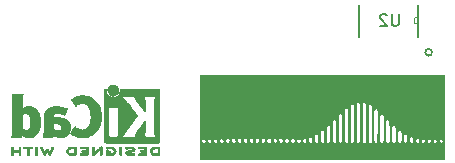
<source format=gbr>
G04 #@! TF.FileFunction,Legend,Bot*
%FSLAX46Y46*%
G04 Gerber Fmt 4.6, Leading zero omitted, Abs format (unit mm)*
G04 Created by KiCad (PCBNEW 4.0.5) date 12/26/17 14:51:36*
%MOMM*%
%LPD*%
G01*
G04 APERTURE LIST*
%ADD10C,0.100000*%
%ADD11C,0.200000*%
%ADD12C,0.152400*%
%ADD13C,0.010000*%
%ADD14C,0.150000*%
G04 APERTURE END LIST*
D10*
D11*
X179607981Y-78867000D02*
G75*
G03X179607981Y-78867000I-283981J0D01*
G01*
D12*
X173405800Y-77571600D02*
X173405800Y-74828400D01*
X178384200Y-74828400D02*
X178384200Y-75895200D01*
X178384200Y-75895200D02*
X178384200Y-76504800D01*
X178384200Y-76504800D02*
X178384200Y-77571600D01*
D10*
X178384200Y-75895200D02*
G75*
G03X178384200Y-76504800I0J-304800D01*
G01*
D13*
G36*
X156362371Y-86851066D02*
X156322889Y-86851467D01*
X156207200Y-86854259D01*
X156110311Y-86862550D01*
X156028919Y-86877232D01*
X155959723Y-86899193D01*
X155899420Y-86929322D01*
X155844708Y-86968510D01*
X155825167Y-86985532D01*
X155792750Y-87025363D01*
X155763520Y-87079413D01*
X155740991Y-87139323D01*
X155728679Y-87196739D01*
X155727400Y-87217956D01*
X155735417Y-87276769D01*
X155756899Y-87341013D01*
X155787999Y-87401821D01*
X155824866Y-87450330D01*
X155830854Y-87456182D01*
X155881579Y-87497321D01*
X155937125Y-87529435D01*
X156000696Y-87553365D01*
X156075494Y-87569953D01*
X156164722Y-87580041D01*
X156271582Y-87584469D01*
X156320528Y-87584845D01*
X156382762Y-87584545D01*
X156426528Y-87583292D01*
X156455931Y-87580554D01*
X156475079Y-87575801D01*
X156488077Y-87568501D01*
X156495045Y-87562267D01*
X156501626Y-87554694D01*
X156506788Y-87544924D01*
X156510703Y-87530340D01*
X156513543Y-87508326D01*
X156515480Y-87476264D01*
X156516684Y-87431536D01*
X156517328Y-87371526D01*
X156517583Y-87293617D01*
X156517622Y-87217956D01*
X156517870Y-87117041D01*
X156517817Y-87036427D01*
X156516857Y-86997822D01*
X156370867Y-86997822D01*
X156370867Y-87438089D01*
X156277734Y-87438004D01*
X156221693Y-87436396D01*
X156162999Y-87432256D01*
X156114028Y-87426464D01*
X156112538Y-87426226D01*
X156033392Y-87407090D01*
X155972002Y-87377287D01*
X155925305Y-87334878D01*
X155895635Y-87288961D01*
X155877353Y-87238026D01*
X155878771Y-87190200D01*
X155899988Y-87138933D01*
X155941489Y-87085899D01*
X155998998Y-87046600D01*
X156073750Y-87020331D01*
X156123708Y-87011035D01*
X156180416Y-87004507D01*
X156240519Y-86999782D01*
X156291639Y-86997817D01*
X156294667Y-86997808D01*
X156370867Y-86997822D01*
X156516857Y-86997822D01*
X156516260Y-86973851D01*
X156511998Y-86927055D01*
X156503830Y-86893778D01*
X156490556Y-86871759D01*
X156470974Y-86858739D01*
X156443883Y-86852457D01*
X156408082Y-86850653D01*
X156362371Y-86851066D01*
X156362371Y-86851066D01*
G37*
X156362371Y-86851066D02*
X156322889Y-86851467D01*
X156207200Y-86854259D01*
X156110311Y-86862550D01*
X156028919Y-86877232D01*
X155959723Y-86899193D01*
X155899420Y-86929322D01*
X155844708Y-86968510D01*
X155825167Y-86985532D01*
X155792750Y-87025363D01*
X155763520Y-87079413D01*
X155740991Y-87139323D01*
X155728679Y-87196739D01*
X155727400Y-87217956D01*
X155735417Y-87276769D01*
X155756899Y-87341013D01*
X155787999Y-87401821D01*
X155824866Y-87450330D01*
X155830854Y-87456182D01*
X155881579Y-87497321D01*
X155937125Y-87529435D01*
X156000696Y-87553365D01*
X156075494Y-87569953D01*
X156164722Y-87580041D01*
X156271582Y-87584469D01*
X156320528Y-87584845D01*
X156382762Y-87584545D01*
X156426528Y-87583292D01*
X156455931Y-87580554D01*
X156475079Y-87575801D01*
X156488077Y-87568501D01*
X156495045Y-87562267D01*
X156501626Y-87554694D01*
X156506788Y-87544924D01*
X156510703Y-87530340D01*
X156513543Y-87508326D01*
X156515480Y-87476264D01*
X156516684Y-87431536D01*
X156517328Y-87371526D01*
X156517583Y-87293617D01*
X156517622Y-87217956D01*
X156517870Y-87117041D01*
X156517817Y-87036427D01*
X156516857Y-86997822D01*
X156370867Y-86997822D01*
X156370867Y-87438089D01*
X156277734Y-87438004D01*
X156221693Y-87436396D01*
X156162999Y-87432256D01*
X156114028Y-87426464D01*
X156112538Y-87426226D01*
X156033392Y-87407090D01*
X155972002Y-87377287D01*
X155925305Y-87334878D01*
X155895635Y-87288961D01*
X155877353Y-87238026D01*
X155878771Y-87190200D01*
X155899988Y-87138933D01*
X155941489Y-87085899D01*
X155998998Y-87046600D01*
X156073750Y-87020331D01*
X156123708Y-87011035D01*
X156180416Y-87004507D01*
X156240519Y-86999782D01*
X156291639Y-86997817D01*
X156294667Y-86997808D01*
X156370867Y-86997822D01*
X156516857Y-86997822D01*
X156516260Y-86973851D01*
X156511998Y-86927055D01*
X156503830Y-86893778D01*
X156490556Y-86871759D01*
X156470974Y-86858739D01*
X156443883Y-86852457D01*
X156408082Y-86850653D01*
X156362371Y-86851066D01*
G36*
X154953794Y-86851146D02*
X154884386Y-86851518D01*
X154831997Y-86852385D01*
X154793847Y-86853946D01*
X154767159Y-86856403D01*
X154749153Y-86859957D01*
X154737049Y-86864810D01*
X154728069Y-86871161D01*
X154724818Y-86874084D01*
X154705043Y-86905142D01*
X154701482Y-86940828D01*
X154714491Y-86972510D01*
X154720506Y-86978913D01*
X154730235Y-86985121D01*
X154745901Y-86989910D01*
X154770408Y-86993514D01*
X154806661Y-86996164D01*
X154857565Y-86998095D01*
X154926026Y-86999539D01*
X154988617Y-87000418D01*
X155236334Y-87003467D01*
X155239719Y-87068378D01*
X155243105Y-87133289D01*
X155074958Y-87133289D01*
X155001959Y-87133919D01*
X154948517Y-87136553D01*
X154911628Y-87142309D01*
X154888288Y-87152304D01*
X154875494Y-87167656D01*
X154870242Y-87189482D01*
X154869445Y-87209738D01*
X154871923Y-87234592D01*
X154881277Y-87252906D01*
X154900383Y-87265637D01*
X154932118Y-87273741D01*
X154979359Y-87278176D01*
X155044983Y-87279899D01*
X155080801Y-87280045D01*
X155241978Y-87280045D01*
X155241978Y-87438089D01*
X154993622Y-87438089D01*
X154912213Y-87438202D01*
X154850342Y-87438712D01*
X154804968Y-87439870D01*
X154773054Y-87441930D01*
X154751559Y-87445146D01*
X154737443Y-87449772D01*
X154727668Y-87456059D01*
X154722689Y-87460667D01*
X154705610Y-87487560D01*
X154700111Y-87511467D01*
X154707963Y-87540667D01*
X154722689Y-87562267D01*
X154730546Y-87569066D01*
X154740688Y-87574346D01*
X154755844Y-87578298D01*
X154778741Y-87581113D01*
X154812109Y-87582982D01*
X154858675Y-87584098D01*
X154921167Y-87584651D01*
X155002314Y-87584833D01*
X155044422Y-87584845D01*
X155134598Y-87584765D01*
X155204924Y-87584398D01*
X155258129Y-87583552D01*
X155296940Y-87582036D01*
X155324087Y-87579659D01*
X155342298Y-87576229D01*
X155354300Y-87571554D01*
X155362822Y-87565444D01*
X155366156Y-87562267D01*
X155372755Y-87554670D01*
X155377927Y-87544870D01*
X155381846Y-87530239D01*
X155384684Y-87508152D01*
X155386615Y-87475982D01*
X155387812Y-87431103D01*
X155388448Y-87370889D01*
X155388697Y-87292713D01*
X155388734Y-87219923D01*
X155388700Y-87126707D01*
X155388465Y-87053431D01*
X155387830Y-86997458D01*
X155386594Y-86956151D01*
X155384556Y-86926872D01*
X155381517Y-86906984D01*
X155377277Y-86893850D01*
X155371635Y-86884832D01*
X155364391Y-86877293D01*
X155362606Y-86875612D01*
X155353945Y-86868172D01*
X155343882Y-86862409D01*
X155329625Y-86858112D01*
X155308383Y-86855064D01*
X155277364Y-86853051D01*
X155233777Y-86851860D01*
X155174831Y-86851275D01*
X155097734Y-86851083D01*
X155043001Y-86851067D01*
X154953794Y-86851146D01*
X154953794Y-86851146D01*
G37*
X154953794Y-86851146D02*
X154884386Y-86851518D01*
X154831997Y-86852385D01*
X154793847Y-86853946D01*
X154767159Y-86856403D01*
X154749153Y-86859957D01*
X154737049Y-86864810D01*
X154728069Y-86871161D01*
X154724818Y-86874084D01*
X154705043Y-86905142D01*
X154701482Y-86940828D01*
X154714491Y-86972510D01*
X154720506Y-86978913D01*
X154730235Y-86985121D01*
X154745901Y-86989910D01*
X154770408Y-86993514D01*
X154806661Y-86996164D01*
X154857565Y-86998095D01*
X154926026Y-86999539D01*
X154988617Y-87000418D01*
X155236334Y-87003467D01*
X155239719Y-87068378D01*
X155243105Y-87133289D01*
X155074958Y-87133289D01*
X155001959Y-87133919D01*
X154948517Y-87136553D01*
X154911628Y-87142309D01*
X154888288Y-87152304D01*
X154875494Y-87167656D01*
X154870242Y-87189482D01*
X154869445Y-87209738D01*
X154871923Y-87234592D01*
X154881277Y-87252906D01*
X154900383Y-87265637D01*
X154932118Y-87273741D01*
X154979359Y-87278176D01*
X155044983Y-87279899D01*
X155080801Y-87280045D01*
X155241978Y-87280045D01*
X155241978Y-87438089D01*
X154993622Y-87438089D01*
X154912213Y-87438202D01*
X154850342Y-87438712D01*
X154804968Y-87439870D01*
X154773054Y-87441930D01*
X154751559Y-87445146D01*
X154737443Y-87449772D01*
X154727668Y-87456059D01*
X154722689Y-87460667D01*
X154705610Y-87487560D01*
X154700111Y-87511467D01*
X154707963Y-87540667D01*
X154722689Y-87562267D01*
X154730546Y-87569066D01*
X154740688Y-87574346D01*
X154755844Y-87578298D01*
X154778741Y-87581113D01*
X154812109Y-87582982D01*
X154858675Y-87584098D01*
X154921167Y-87584651D01*
X155002314Y-87584833D01*
X155044422Y-87584845D01*
X155134598Y-87584765D01*
X155204924Y-87584398D01*
X155258129Y-87583552D01*
X155296940Y-87582036D01*
X155324087Y-87579659D01*
X155342298Y-87576229D01*
X155354300Y-87571554D01*
X155362822Y-87565444D01*
X155366156Y-87562267D01*
X155372755Y-87554670D01*
X155377927Y-87544870D01*
X155381846Y-87530239D01*
X155384684Y-87508152D01*
X155386615Y-87475982D01*
X155387812Y-87431103D01*
X155388448Y-87370889D01*
X155388697Y-87292713D01*
X155388734Y-87219923D01*
X155388700Y-87126707D01*
X155388465Y-87053431D01*
X155387830Y-86997458D01*
X155386594Y-86956151D01*
X155384556Y-86926872D01*
X155381517Y-86906984D01*
X155377277Y-86893850D01*
X155371635Y-86884832D01*
X155364391Y-86877293D01*
X155362606Y-86875612D01*
X155353945Y-86868172D01*
X155343882Y-86862409D01*
X155329625Y-86858112D01*
X155308383Y-86855064D01*
X155277364Y-86853051D01*
X155233777Y-86851860D01*
X155174831Y-86851275D01*
X155097734Y-86851083D01*
X155043001Y-86851067D01*
X154953794Y-86851146D01*
G36*
X153932703Y-86852351D02*
X153857888Y-86857581D01*
X153788306Y-86865750D01*
X153728002Y-86876550D01*
X153681020Y-86889673D01*
X153651406Y-86904813D01*
X153646860Y-86909269D01*
X153631054Y-86943850D01*
X153635847Y-86979351D01*
X153660364Y-87009725D01*
X153661534Y-87010596D01*
X153675954Y-87019954D01*
X153691008Y-87024876D01*
X153712005Y-87025473D01*
X153744257Y-87021861D01*
X153793073Y-87014154D01*
X153797000Y-87013505D01*
X153869739Y-87004569D01*
X153948217Y-87000161D01*
X154026927Y-87000119D01*
X154100361Y-87004279D01*
X154163011Y-87012479D01*
X154209370Y-87024557D01*
X154212416Y-87025771D01*
X154246048Y-87044615D01*
X154257864Y-87063685D01*
X154248614Y-87082439D01*
X154219047Y-87100337D01*
X154169911Y-87116837D01*
X154101957Y-87131396D01*
X154056645Y-87138406D01*
X153962456Y-87151889D01*
X153887544Y-87164214D01*
X153828717Y-87176449D01*
X153782785Y-87189661D01*
X153746555Y-87204917D01*
X153716838Y-87223285D01*
X153690442Y-87245831D01*
X153669230Y-87267971D01*
X153644065Y-87298819D01*
X153631681Y-87325345D01*
X153627808Y-87358026D01*
X153627667Y-87369995D01*
X153630576Y-87409712D01*
X153642202Y-87439259D01*
X153662323Y-87465486D01*
X153703216Y-87505576D01*
X153748817Y-87536149D01*
X153802513Y-87558203D01*
X153867692Y-87572735D01*
X153947744Y-87580741D01*
X154046057Y-87583218D01*
X154062289Y-87583177D01*
X154127849Y-87581818D01*
X154192866Y-87578730D01*
X154250252Y-87574356D01*
X154292922Y-87569140D01*
X154296372Y-87568541D01*
X154338796Y-87558491D01*
X154374780Y-87545796D01*
X154395150Y-87534190D01*
X154414107Y-87503572D01*
X154415427Y-87467918D01*
X154399085Y-87436144D01*
X154395429Y-87432551D01*
X154380315Y-87421876D01*
X154361415Y-87417276D01*
X154332162Y-87418059D01*
X154296651Y-87422127D01*
X154256970Y-87425762D01*
X154201345Y-87428828D01*
X154136406Y-87431053D01*
X154068785Y-87432164D01*
X154051000Y-87432237D01*
X153983128Y-87431964D01*
X153933454Y-87430646D01*
X153897610Y-87427827D01*
X153871224Y-87423050D01*
X153849926Y-87415857D01*
X153837126Y-87409867D01*
X153809000Y-87393233D01*
X153791068Y-87378168D01*
X153788447Y-87373897D01*
X153793976Y-87356263D01*
X153820260Y-87339192D01*
X153865478Y-87323458D01*
X153927808Y-87309838D01*
X153946171Y-87306804D01*
X154042090Y-87291738D01*
X154118641Y-87279146D01*
X154178780Y-87268111D01*
X154225460Y-87257720D01*
X154261637Y-87247056D01*
X154290265Y-87235205D01*
X154314298Y-87221251D01*
X154336692Y-87204281D01*
X154360402Y-87183378D01*
X154368380Y-87176049D01*
X154396353Y-87148699D01*
X154411160Y-87127029D01*
X154416952Y-87102232D01*
X154417889Y-87070983D01*
X154407575Y-87009705D01*
X154376752Y-86957640D01*
X154325595Y-86914958D01*
X154254283Y-86881825D01*
X154203400Y-86866964D01*
X154148100Y-86857366D01*
X154081853Y-86851936D01*
X154008706Y-86850367D01*
X153932703Y-86852351D01*
X153932703Y-86852351D01*
G37*
X153932703Y-86852351D02*
X153857888Y-86857581D01*
X153788306Y-86865750D01*
X153728002Y-86876550D01*
X153681020Y-86889673D01*
X153651406Y-86904813D01*
X153646860Y-86909269D01*
X153631054Y-86943850D01*
X153635847Y-86979351D01*
X153660364Y-87009725D01*
X153661534Y-87010596D01*
X153675954Y-87019954D01*
X153691008Y-87024876D01*
X153712005Y-87025473D01*
X153744257Y-87021861D01*
X153793073Y-87014154D01*
X153797000Y-87013505D01*
X153869739Y-87004569D01*
X153948217Y-87000161D01*
X154026927Y-87000119D01*
X154100361Y-87004279D01*
X154163011Y-87012479D01*
X154209370Y-87024557D01*
X154212416Y-87025771D01*
X154246048Y-87044615D01*
X154257864Y-87063685D01*
X154248614Y-87082439D01*
X154219047Y-87100337D01*
X154169911Y-87116837D01*
X154101957Y-87131396D01*
X154056645Y-87138406D01*
X153962456Y-87151889D01*
X153887544Y-87164214D01*
X153828717Y-87176449D01*
X153782785Y-87189661D01*
X153746555Y-87204917D01*
X153716838Y-87223285D01*
X153690442Y-87245831D01*
X153669230Y-87267971D01*
X153644065Y-87298819D01*
X153631681Y-87325345D01*
X153627808Y-87358026D01*
X153627667Y-87369995D01*
X153630576Y-87409712D01*
X153642202Y-87439259D01*
X153662323Y-87465486D01*
X153703216Y-87505576D01*
X153748817Y-87536149D01*
X153802513Y-87558203D01*
X153867692Y-87572735D01*
X153947744Y-87580741D01*
X154046057Y-87583218D01*
X154062289Y-87583177D01*
X154127849Y-87581818D01*
X154192866Y-87578730D01*
X154250252Y-87574356D01*
X154292922Y-87569140D01*
X154296372Y-87568541D01*
X154338796Y-87558491D01*
X154374780Y-87545796D01*
X154395150Y-87534190D01*
X154414107Y-87503572D01*
X154415427Y-87467918D01*
X154399085Y-87436144D01*
X154395429Y-87432551D01*
X154380315Y-87421876D01*
X154361415Y-87417276D01*
X154332162Y-87418059D01*
X154296651Y-87422127D01*
X154256970Y-87425762D01*
X154201345Y-87428828D01*
X154136406Y-87431053D01*
X154068785Y-87432164D01*
X154051000Y-87432237D01*
X153983128Y-87431964D01*
X153933454Y-87430646D01*
X153897610Y-87427827D01*
X153871224Y-87423050D01*
X153849926Y-87415857D01*
X153837126Y-87409867D01*
X153809000Y-87393233D01*
X153791068Y-87378168D01*
X153788447Y-87373897D01*
X153793976Y-87356263D01*
X153820260Y-87339192D01*
X153865478Y-87323458D01*
X153927808Y-87309838D01*
X153946171Y-87306804D01*
X154042090Y-87291738D01*
X154118641Y-87279146D01*
X154178780Y-87268111D01*
X154225460Y-87257720D01*
X154261637Y-87247056D01*
X154290265Y-87235205D01*
X154314298Y-87221251D01*
X154336692Y-87204281D01*
X154360402Y-87183378D01*
X154368380Y-87176049D01*
X154396353Y-87148699D01*
X154411160Y-87127029D01*
X154416952Y-87102232D01*
X154417889Y-87070983D01*
X154407575Y-87009705D01*
X154376752Y-86957640D01*
X154325595Y-86914958D01*
X154254283Y-86881825D01*
X154203400Y-86866964D01*
X154148100Y-86857366D01*
X154081853Y-86851936D01*
X154008706Y-86850367D01*
X153932703Y-86852351D01*
G36*
X153164822Y-86873645D02*
X153158242Y-86881218D01*
X153153079Y-86890987D01*
X153149164Y-86905571D01*
X153146324Y-86927585D01*
X153144387Y-86959648D01*
X153143183Y-87004375D01*
X153142539Y-87064385D01*
X153142284Y-87142294D01*
X153142245Y-87217956D01*
X153142314Y-87311802D01*
X153142638Y-87385689D01*
X153143386Y-87442232D01*
X153144732Y-87484049D01*
X153146846Y-87513757D01*
X153149900Y-87533973D01*
X153154066Y-87547314D01*
X153159516Y-87556398D01*
X153164822Y-87562267D01*
X153197826Y-87581947D01*
X153232991Y-87580181D01*
X153264455Y-87558717D01*
X153271684Y-87550337D01*
X153277334Y-87540614D01*
X153281599Y-87526861D01*
X153284673Y-87506389D01*
X153286752Y-87476512D01*
X153288030Y-87434541D01*
X153288701Y-87377789D01*
X153288959Y-87303567D01*
X153289000Y-87219537D01*
X153289000Y-86906485D01*
X153261291Y-86878776D01*
X153227137Y-86855463D01*
X153194006Y-86854623D01*
X153164822Y-86873645D01*
X153164822Y-86873645D01*
G37*
X153164822Y-86873645D02*
X153158242Y-86881218D01*
X153153079Y-86890987D01*
X153149164Y-86905571D01*
X153146324Y-86927585D01*
X153144387Y-86959648D01*
X153143183Y-87004375D01*
X153142539Y-87064385D01*
X153142284Y-87142294D01*
X153142245Y-87217956D01*
X153142314Y-87311802D01*
X153142638Y-87385689D01*
X153143386Y-87442232D01*
X153144732Y-87484049D01*
X153146846Y-87513757D01*
X153149900Y-87533973D01*
X153154066Y-87547314D01*
X153159516Y-87556398D01*
X153164822Y-87562267D01*
X153197826Y-87581947D01*
X153232991Y-87580181D01*
X153264455Y-87558717D01*
X153271684Y-87550337D01*
X153277334Y-87540614D01*
X153281599Y-87526861D01*
X153284673Y-87506389D01*
X153286752Y-87476512D01*
X153288030Y-87434541D01*
X153288701Y-87377789D01*
X153288959Y-87303567D01*
X153289000Y-87219537D01*
X153289000Y-86906485D01*
X153261291Y-86878776D01*
X153227137Y-86855463D01*
X153194006Y-86854623D01*
X153164822Y-86873645D01*
G36*
X152191081Y-86856599D02*
X152122565Y-86868095D01*
X152069943Y-86885967D01*
X152035708Y-86909499D01*
X152026379Y-86922924D01*
X152016893Y-86954148D01*
X152023277Y-86982395D01*
X152043430Y-87009182D01*
X152074745Y-87021713D01*
X152120183Y-87020696D01*
X152155326Y-87013906D01*
X152233419Y-87000971D01*
X152313226Y-86999742D01*
X152402555Y-87010241D01*
X152427229Y-87014690D01*
X152510291Y-87038108D01*
X152575273Y-87072945D01*
X152621461Y-87118604D01*
X152648145Y-87174494D01*
X152653663Y-87203388D01*
X152650051Y-87262012D01*
X152626729Y-87313879D01*
X152585824Y-87357978D01*
X152529459Y-87393299D01*
X152459760Y-87418829D01*
X152378852Y-87433559D01*
X152288860Y-87436478D01*
X152191910Y-87426575D01*
X152186436Y-87425641D01*
X152147875Y-87418459D01*
X152126494Y-87411521D01*
X152117227Y-87401227D01*
X152115006Y-87383976D01*
X152114956Y-87374841D01*
X152114956Y-87336489D01*
X152183431Y-87336489D01*
X152243900Y-87332347D01*
X152285165Y-87319147D01*
X152309175Y-87295730D01*
X152317877Y-87260936D01*
X152317983Y-87256394D01*
X152312892Y-87226654D01*
X152295433Y-87205419D01*
X152262939Y-87191366D01*
X152212743Y-87183173D01*
X152164123Y-87180161D01*
X152093456Y-87178433D01*
X152042198Y-87181070D01*
X152007239Y-87190800D01*
X151985470Y-87210353D01*
X151973780Y-87242456D01*
X151969060Y-87289838D01*
X151968200Y-87352071D01*
X151969609Y-87421535D01*
X151973848Y-87468786D01*
X151980936Y-87494012D01*
X151982311Y-87495988D01*
X152021228Y-87527508D01*
X152078286Y-87552470D01*
X152149869Y-87570340D01*
X152232358Y-87580586D01*
X152322139Y-87582673D01*
X152415592Y-87576068D01*
X152470556Y-87567956D01*
X152556766Y-87543554D01*
X152636892Y-87503662D01*
X152703977Y-87451887D01*
X152714173Y-87441539D01*
X152747302Y-87398035D01*
X152777194Y-87344118D01*
X152800357Y-87287592D01*
X152813298Y-87236259D01*
X152814858Y-87216544D01*
X152808218Y-87175419D01*
X152790568Y-87124252D01*
X152765297Y-87070394D01*
X152735789Y-87021195D01*
X152709719Y-86988334D01*
X152648765Y-86939452D01*
X152569969Y-86900545D01*
X152476157Y-86872494D01*
X152370150Y-86856179D01*
X152273000Y-86852192D01*
X152191081Y-86856599D01*
X152191081Y-86856599D01*
G37*
X152191081Y-86856599D02*
X152122565Y-86868095D01*
X152069943Y-86885967D01*
X152035708Y-86909499D01*
X152026379Y-86922924D01*
X152016893Y-86954148D01*
X152023277Y-86982395D01*
X152043430Y-87009182D01*
X152074745Y-87021713D01*
X152120183Y-87020696D01*
X152155326Y-87013906D01*
X152233419Y-87000971D01*
X152313226Y-86999742D01*
X152402555Y-87010241D01*
X152427229Y-87014690D01*
X152510291Y-87038108D01*
X152575273Y-87072945D01*
X152621461Y-87118604D01*
X152648145Y-87174494D01*
X152653663Y-87203388D01*
X152650051Y-87262012D01*
X152626729Y-87313879D01*
X152585824Y-87357978D01*
X152529459Y-87393299D01*
X152459760Y-87418829D01*
X152378852Y-87433559D01*
X152288860Y-87436478D01*
X152191910Y-87426575D01*
X152186436Y-87425641D01*
X152147875Y-87418459D01*
X152126494Y-87411521D01*
X152117227Y-87401227D01*
X152115006Y-87383976D01*
X152114956Y-87374841D01*
X152114956Y-87336489D01*
X152183431Y-87336489D01*
X152243900Y-87332347D01*
X152285165Y-87319147D01*
X152309175Y-87295730D01*
X152317877Y-87260936D01*
X152317983Y-87256394D01*
X152312892Y-87226654D01*
X152295433Y-87205419D01*
X152262939Y-87191366D01*
X152212743Y-87183173D01*
X152164123Y-87180161D01*
X152093456Y-87178433D01*
X152042198Y-87181070D01*
X152007239Y-87190800D01*
X151985470Y-87210353D01*
X151973780Y-87242456D01*
X151969060Y-87289838D01*
X151968200Y-87352071D01*
X151969609Y-87421535D01*
X151973848Y-87468786D01*
X151980936Y-87494012D01*
X151982311Y-87495988D01*
X152021228Y-87527508D01*
X152078286Y-87552470D01*
X152149869Y-87570340D01*
X152232358Y-87580586D01*
X152322139Y-87582673D01*
X152415592Y-87576068D01*
X152470556Y-87567956D01*
X152556766Y-87543554D01*
X152636892Y-87503662D01*
X152703977Y-87451887D01*
X152714173Y-87441539D01*
X152747302Y-87398035D01*
X152777194Y-87344118D01*
X152800357Y-87287592D01*
X152813298Y-87236259D01*
X152814858Y-87216544D01*
X152808218Y-87175419D01*
X152790568Y-87124252D01*
X152765297Y-87070394D01*
X152735789Y-87021195D01*
X152709719Y-86988334D01*
X152648765Y-86939452D01*
X152569969Y-86900545D01*
X152476157Y-86872494D01*
X152370150Y-86856179D01*
X152273000Y-86852192D01*
X152191081Y-86856599D01*
G36*
X151541114Y-86855448D02*
X151517548Y-86869273D01*
X151486735Y-86891881D01*
X151447078Y-86924338D01*
X151396980Y-86967708D01*
X151334843Y-87023058D01*
X151259072Y-87091451D01*
X151172334Y-87170084D01*
X150991711Y-87333878D01*
X150986067Y-87114029D01*
X150984029Y-87038351D01*
X150982063Y-86981994D01*
X150979734Y-86941706D01*
X150976606Y-86914235D01*
X150972245Y-86896329D01*
X150966216Y-86884737D01*
X150958084Y-86876208D01*
X150953772Y-86872623D01*
X150919241Y-86853670D01*
X150886383Y-86856441D01*
X150860318Y-86872633D01*
X150833667Y-86894199D01*
X150830352Y-87209151D01*
X150829435Y-87301779D01*
X150828968Y-87374544D01*
X150829113Y-87430161D01*
X150830032Y-87471342D01*
X150831887Y-87500803D01*
X150834839Y-87521255D01*
X150839050Y-87535413D01*
X150844682Y-87545991D01*
X150850927Y-87554474D01*
X150864439Y-87570207D01*
X150877883Y-87580636D01*
X150893124Y-87584639D01*
X150912026Y-87581094D01*
X150936455Y-87568879D01*
X150968273Y-87546871D01*
X151009348Y-87513949D01*
X151061542Y-87468991D01*
X151126722Y-87410875D01*
X151200556Y-87344099D01*
X151465845Y-87103458D01*
X151471489Y-87322589D01*
X151473531Y-87398128D01*
X151475502Y-87454354D01*
X151477839Y-87494524D01*
X151480981Y-87521896D01*
X151485364Y-87539728D01*
X151491424Y-87551279D01*
X151499600Y-87559807D01*
X151503784Y-87563282D01*
X151540765Y-87582372D01*
X151575708Y-87579493D01*
X151606136Y-87555100D01*
X151613097Y-87545286D01*
X151618523Y-87533826D01*
X151622603Y-87517968D01*
X151625529Y-87494963D01*
X151627492Y-87462062D01*
X151628683Y-87416516D01*
X151629292Y-87355573D01*
X151629511Y-87276486D01*
X151629534Y-87217956D01*
X151629460Y-87126407D01*
X151629113Y-87054687D01*
X151628301Y-87000045D01*
X151626833Y-86959732D01*
X151624519Y-86930998D01*
X151621167Y-86911093D01*
X151616588Y-86897268D01*
X151610589Y-86886772D01*
X151606136Y-86880811D01*
X151594850Y-86866691D01*
X151584301Y-86856029D01*
X151572893Y-86849892D01*
X151559030Y-86849343D01*
X151541114Y-86855448D01*
X151541114Y-86855448D01*
G37*
X151541114Y-86855448D02*
X151517548Y-86869273D01*
X151486735Y-86891881D01*
X151447078Y-86924338D01*
X151396980Y-86967708D01*
X151334843Y-87023058D01*
X151259072Y-87091451D01*
X151172334Y-87170084D01*
X150991711Y-87333878D01*
X150986067Y-87114029D01*
X150984029Y-87038351D01*
X150982063Y-86981994D01*
X150979734Y-86941706D01*
X150976606Y-86914235D01*
X150972245Y-86896329D01*
X150966216Y-86884737D01*
X150958084Y-86876208D01*
X150953772Y-86872623D01*
X150919241Y-86853670D01*
X150886383Y-86856441D01*
X150860318Y-86872633D01*
X150833667Y-86894199D01*
X150830352Y-87209151D01*
X150829435Y-87301779D01*
X150828968Y-87374544D01*
X150829113Y-87430161D01*
X150830032Y-87471342D01*
X150831887Y-87500803D01*
X150834839Y-87521255D01*
X150839050Y-87535413D01*
X150844682Y-87545991D01*
X150850927Y-87554474D01*
X150864439Y-87570207D01*
X150877883Y-87580636D01*
X150893124Y-87584639D01*
X150912026Y-87581094D01*
X150936455Y-87568879D01*
X150968273Y-87546871D01*
X151009348Y-87513949D01*
X151061542Y-87468991D01*
X151126722Y-87410875D01*
X151200556Y-87344099D01*
X151465845Y-87103458D01*
X151471489Y-87322589D01*
X151473531Y-87398128D01*
X151475502Y-87454354D01*
X151477839Y-87494524D01*
X151480981Y-87521896D01*
X151485364Y-87539728D01*
X151491424Y-87551279D01*
X151499600Y-87559807D01*
X151503784Y-87563282D01*
X151540765Y-87582372D01*
X151575708Y-87579493D01*
X151606136Y-87555100D01*
X151613097Y-87545286D01*
X151618523Y-87533826D01*
X151622603Y-87517968D01*
X151625529Y-87494963D01*
X151627492Y-87462062D01*
X151628683Y-87416516D01*
X151629292Y-87355573D01*
X151629511Y-87276486D01*
X151629534Y-87217956D01*
X151629460Y-87126407D01*
X151629113Y-87054687D01*
X151628301Y-87000045D01*
X151626833Y-86959732D01*
X151624519Y-86930998D01*
X151621167Y-86911093D01*
X151616588Y-86897268D01*
X151610589Y-86886772D01*
X151606136Y-86880811D01*
X151594850Y-86866691D01*
X151584301Y-86856029D01*
X151572893Y-86849892D01*
X151559030Y-86849343D01*
X151541114Y-86855448D01*
G36*
X150010657Y-86851260D02*
X149934299Y-86852174D01*
X149875783Y-86854311D01*
X149832745Y-86858175D01*
X149802817Y-86864267D01*
X149783632Y-86873090D01*
X149772824Y-86885146D01*
X149768027Y-86900939D01*
X149766873Y-86920970D01*
X149766867Y-86923335D01*
X149767869Y-86945992D01*
X149772604Y-86963503D01*
X149783667Y-86976574D01*
X149803652Y-86985913D01*
X149835154Y-86992227D01*
X149880768Y-86996222D01*
X149943087Y-86998606D01*
X150024707Y-87000086D01*
X150049723Y-87000414D01*
X150291800Y-87003467D01*
X150295186Y-87068378D01*
X150298571Y-87133289D01*
X150130424Y-87133289D01*
X150064734Y-87133531D01*
X150017828Y-87134556D01*
X149985917Y-87136811D01*
X149965209Y-87140742D01*
X149951916Y-87146798D01*
X149942245Y-87155424D01*
X149942183Y-87155493D01*
X149924644Y-87189112D01*
X149925278Y-87225448D01*
X149943686Y-87256423D01*
X149947329Y-87259607D01*
X149960259Y-87267812D01*
X149977976Y-87273521D01*
X150004430Y-87277162D01*
X150043568Y-87279167D01*
X150099338Y-87279964D01*
X150135006Y-87280045D01*
X150297445Y-87280045D01*
X150297445Y-87438089D01*
X150050839Y-87438089D01*
X149969420Y-87438231D01*
X149907590Y-87438814D01*
X149862363Y-87440068D01*
X149830752Y-87442227D01*
X149809769Y-87445523D01*
X149796427Y-87450189D01*
X149787739Y-87456457D01*
X149785550Y-87458733D01*
X149769386Y-87490280D01*
X149768203Y-87526168D01*
X149781464Y-87557285D01*
X149791957Y-87567271D01*
X149802871Y-87572769D01*
X149819783Y-87577022D01*
X149845367Y-87580180D01*
X149882299Y-87582392D01*
X149933254Y-87583806D01*
X150000906Y-87584572D01*
X150087931Y-87584838D01*
X150107606Y-87584845D01*
X150196089Y-87584787D01*
X150264773Y-87584467D01*
X150316436Y-87583667D01*
X150353855Y-87582167D01*
X150379810Y-87579749D01*
X150397078Y-87576194D01*
X150408438Y-87571282D01*
X150416668Y-87564795D01*
X150421183Y-87560138D01*
X150427979Y-87551889D01*
X150433288Y-87541669D01*
X150437294Y-87526800D01*
X150440179Y-87504602D01*
X150442126Y-87472393D01*
X150443319Y-87427496D01*
X150443939Y-87367228D01*
X150444171Y-87288911D01*
X150444200Y-87222994D01*
X150444129Y-87130628D01*
X150443792Y-87058117D01*
X150443002Y-87002737D01*
X150441574Y-86961765D01*
X150439321Y-86932478D01*
X150436057Y-86912153D01*
X150431596Y-86898066D01*
X150425752Y-86887495D01*
X150420803Y-86880811D01*
X150397406Y-86851067D01*
X150107226Y-86851067D01*
X150010657Y-86851260D01*
X150010657Y-86851260D01*
G37*
X150010657Y-86851260D02*
X149934299Y-86852174D01*
X149875783Y-86854311D01*
X149832745Y-86858175D01*
X149802817Y-86864267D01*
X149783632Y-86873090D01*
X149772824Y-86885146D01*
X149768027Y-86900939D01*
X149766873Y-86920970D01*
X149766867Y-86923335D01*
X149767869Y-86945992D01*
X149772604Y-86963503D01*
X149783667Y-86976574D01*
X149803652Y-86985913D01*
X149835154Y-86992227D01*
X149880768Y-86996222D01*
X149943087Y-86998606D01*
X150024707Y-87000086D01*
X150049723Y-87000414D01*
X150291800Y-87003467D01*
X150295186Y-87068378D01*
X150298571Y-87133289D01*
X150130424Y-87133289D01*
X150064734Y-87133531D01*
X150017828Y-87134556D01*
X149985917Y-87136811D01*
X149965209Y-87140742D01*
X149951916Y-87146798D01*
X149942245Y-87155424D01*
X149942183Y-87155493D01*
X149924644Y-87189112D01*
X149925278Y-87225448D01*
X149943686Y-87256423D01*
X149947329Y-87259607D01*
X149960259Y-87267812D01*
X149977976Y-87273521D01*
X150004430Y-87277162D01*
X150043568Y-87279167D01*
X150099338Y-87279964D01*
X150135006Y-87280045D01*
X150297445Y-87280045D01*
X150297445Y-87438089D01*
X150050839Y-87438089D01*
X149969420Y-87438231D01*
X149907590Y-87438814D01*
X149862363Y-87440068D01*
X149830752Y-87442227D01*
X149809769Y-87445523D01*
X149796427Y-87450189D01*
X149787739Y-87456457D01*
X149785550Y-87458733D01*
X149769386Y-87490280D01*
X149768203Y-87526168D01*
X149781464Y-87557285D01*
X149791957Y-87567271D01*
X149802871Y-87572769D01*
X149819783Y-87577022D01*
X149845367Y-87580180D01*
X149882299Y-87582392D01*
X149933254Y-87583806D01*
X150000906Y-87584572D01*
X150087931Y-87584838D01*
X150107606Y-87584845D01*
X150196089Y-87584787D01*
X150264773Y-87584467D01*
X150316436Y-87583667D01*
X150353855Y-87582167D01*
X150379810Y-87579749D01*
X150397078Y-87576194D01*
X150408438Y-87571282D01*
X150416668Y-87564795D01*
X150421183Y-87560138D01*
X150427979Y-87551889D01*
X150433288Y-87541669D01*
X150437294Y-87526800D01*
X150440179Y-87504602D01*
X150442126Y-87472393D01*
X150443319Y-87427496D01*
X150443939Y-87367228D01*
X150444171Y-87288911D01*
X150444200Y-87222994D01*
X150444129Y-87130628D01*
X150443792Y-87058117D01*
X150443002Y-87002737D01*
X150441574Y-86961765D01*
X150439321Y-86932478D01*
X150436057Y-86912153D01*
X150431596Y-86898066D01*
X150425752Y-86887495D01*
X150420803Y-86880811D01*
X150397406Y-86851067D01*
X150107226Y-86851067D01*
X150010657Y-86851260D01*
G36*
X149222691Y-86851275D02*
X149093712Y-86855636D01*
X148984009Y-86868861D01*
X148891774Y-86891741D01*
X148815198Y-86925070D01*
X148752473Y-86969638D01*
X148701788Y-87026236D01*
X148661337Y-87095658D01*
X148660541Y-87097351D01*
X148636399Y-87159483D01*
X148627797Y-87214509D01*
X148634769Y-87269887D01*
X148657346Y-87333073D01*
X148661628Y-87342689D01*
X148690828Y-87398966D01*
X148723644Y-87442451D01*
X148765998Y-87479417D01*
X148823810Y-87516135D01*
X148827169Y-87518052D01*
X148877496Y-87542227D01*
X148934379Y-87560282D01*
X149001473Y-87572839D01*
X149082435Y-87580522D01*
X149180918Y-87583953D01*
X149215714Y-87584251D01*
X149381406Y-87584845D01*
X149404803Y-87555100D01*
X149411743Y-87545319D01*
X149417158Y-87533897D01*
X149421235Y-87518095D01*
X149424163Y-87495175D01*
X149426133Y-87462396D01*
X149426775Y-87438089D01*
X149270156Y-87438089D01*
X149176274Y-87438089D01*
X149121336Y-87436483D01*
X149064940Y-87432255D01*
X149018655Y-87426292D01*
X149015861Y-87425790D01*
X148933652Y-87403736D01*
X148869886Y-87370600D01*
X148822548Y-87324847D01*
X148789618Y-87264939D01*
X148783892Y-87249061D01*
X148778279Y-87224333D01*
X148780709Y-87199902D01*
X148792533Y-87167400D01*
X148799660Y-87151434D01*
X148823000Y-87109006D01*
X148851120Y-87079240D01*
X148882060Y-87058511D01*
X148944034Y-87031537D01*
X149023349Y-87011998D01*
X149115747Y-87000746D01*
X149182667Y-86998270D01*
X149270156Y-86997822D01*
X149270156Y-87438089D01*
X149426775Y-87438089D01*
X149427332Y-87417021D01*
X149427950Y-87356311D01*
X149428175Y-87277526D01*
X149428200Y-87215920D01*
X149428200Y-86906485D01*
X149400491Y-86878776D01*
X149388194Y-86867544D01*
X149374897Y-86859853D01*
X149356328Y-86855040D01*
X149328214Y-86852446D01*
X149286283Y-86851410D01*
X149226263Y-86851270D01*
X149222691Y-86851275D01*
X149222691Y-86851275D01*
G37*
X149222691Y-86851275D02*
X149093712Y-86855636D01*
X148984009Y-86868861D01*
X148891774Y-86891741D01*
X148815198Y-86925070D01*
X148752473Y-86969638D01*
X148701788Y-87026236D01*
X148661337Y-87095658D01*
X148660541Y-87097351D01*
X148636399Y-87159483D01*
X148627797Y-87214509D01*
X148634769Y-87269887D01*
X148657346Y-87333073D01*
X148661628Y-87342689D01*
X148690828Y-87398966D01*
X148723644Y-87442451D01*
X148765998Y-87479417D01*
X148823810Y-87516135D01*
X148827169Y-87518052D01*
X148877496Y-87542227D01*
X148934379Y-87560282D01*
X149001473Y-87572839D01*
X149082435Y-87580522D01*
X149180918Y-87583953D01*
X149215714Y-87584251D01*
X149381406Y-87584845D01*
X149404803Y-87555100D01*
X149411743Y-87545319D01*
X149417158Y-87533897D01*
X149421235Y-87518095D01*
X149424163Y-87495175D01*
X149426133Y-87462396D01*
X149426775Y-87438089D01*
X149270156Y-87438089D01*
X149176274Y-87438089D01*
X149121336Y-87436483D01*
X149064940Y-87432255D01*
X149018655Y-87426292D01*
X149015861Y-87425790D01*
X148933652Y-87403736D01*
X148869886Y-87370600D01*
X148822548Y-87324847D01*
X148789618Y-87264939D01*
X148783892Y-87249061D01*
X148778279Y-87224333D01*
X148780709Y-87199902D01*
X148792533Y-87167400D01*
X148799660Y-87151434D01*
X148823000Y-87109006D01*
X148851120Y-87079240D01*
X148882060Y-87058511D01*
X148944034Y-87031537D01*
X149023349Y-87011998D01*
X149115747Y-87000746D01*
X149182667Y-86998270D01*
X149270156Y-86997822D01*
X149270156Y-87438089D01*
X149426775Y-87438089D01*
X149427332Y-87417021D01*
X149427950Y-87356311D01*
X149428175Y-87277526D01*
X149428200Y-87215920D01*
X149428200Y-86906485D01*
X149400491Y-86878776D01*
X149388194Y-86867544D01*
X149374897Y-86859853D01*
X149356328Y-86855040D01*
X149328214Y-86852446D01*
X149286283Y-86851410D01*
X149226263Y-86851270D01*
X149222691Y-86851275D01*
G36*
X146496335Y-86853034D02*
X146476745Y-86860035D01*
X146475990Y-86860377D01*
X146449387Y-86880678D01*
X146434730Y-86901561D01*
X146431862Y-86911352D01*
X146432004Y-86924361D01*
X146436039Y-86942895D01*
X146444854Y-86969257D01*
X146459331Y-87005752D01*
X146480355Y-87054687D01*
X146508812Y-87118365D01*
X146545585Y-87199093D01*
X146565825Y-87243216D01*
X146602375Y-87321985D01*
X146636685Y-87394423D01*
X146667448Y-87457880D01*
X146693352Y-87509708D01*
X146713090Y-87547259D01*
X146725350Y-87567884D01*
X146727776Y-87570733D01*
X146758817Y-87583302D01*
X146793879Y-87581619D01*
X146822000Y-87566332D01*
X146823146Y-87565089D01*
X146834332Y-87548154D01*
X146853096Y-87515170D01*
X146877125Y-87470380D01*
X146904103Y-87418032D01*
X146913799Y-87398742D01*
X146986986Y-87252150D01*
X147066760Y-87411393D01*
X147095233Y-87466415D01*
X147121650Y-87514132D01*
X147143852Y-87550893D01*
X147159681Y-87573044D01*
X147165046Y-87577741D01*
X147206743Y-87584102D01*
X147241151Y-87570733D01*
X147251272Y-87556446D01*
X147268786Y-87524692D01*
X147292265Y-87478597D01*
X147320280Y-87421285D01*
X147351401Y-87355880D01*
X147384201Y-87285507D01*
X147417250Y-87213291D01*
X147449119Y-87142355D01*
X147478381Y-87075825D01*
X147503605Y-87016826D01*
X147523364Y-86968481D01*
X147536228Y-86933915D01*
X147540769Y-86916253D01*
X147540723Y-86915613D01*
X147529674Y-86893388D01*
X147507590Y-86870753D01*
X147506290Y-86869768D01*
X147479147Y-86854425D01*
X147454042Y-86854574D01*
X147444632Y-86857466D01*
X147433166Y-86863718D01*
X147420990Y-86876014D01*
X147406643Y-86896908D01*
X147388664Y-86928949D01*
X147365593Y-86974688D01*
X147335970Y-87036677D01*
X147309255Y-87093898D01*
X147278520Y-87160226D01*
X147250979Y-87219874D01*
X147228062Y-87269725D01*
X147211202Y-87306664D01*
X147201827Y-87327573D01*
X147200460Y-87330845D01*
X147194311Y-87325497D01*
X147180178Y-87303109D01*
X147159943Y-87266946D01*
X147135485Y-87220277D01*
X147125752Y-87201022D01*
X147092783Y-87136004D01*
X147067357Y-87088654D01*
X147047388Y-87056219D01*
X147030790Y-87035946D01*
X147015476Y-87025082D01*
X146999360Y-87020875D01*
X146988857Y-87020400D01*
X146970330Y-87022042D01*
X146954096Y-87028831D01*
X146937965Y-87043566D01*
X146919749Y-87069044D01*
X146897261Y-87108061D01*
X146868311Y-87163414D01*
X146852338Y-87194903D01*
X146826430Y-87245087D01*
X146803833Y-87286704D01*
X146786542Y-87316242D01*
X146776550Y-87330189D01*
X146775191Y-87330770D01*
X146768739Y-87319793D01*
X146754292Y-87291290D01*
X146733297Y-87248244D01*
X146707203Y-87193638D01*
X146677454Y-87130454D01*
X146662820Y-87099071D01*
X146624750Y-87018078D01*
X146594095Y-86955756D01*
X146569263Y-86910071D01*
X146548663Y-86878989D01*
X146530702Y-86860478D01*
X146513790Y-86852504D01*
X146496335Y-86853034D01*
X146496335Y-86853034D01*
G37*
X146496335Y-86853034D02*
X146476745Y-86860035D01*
X146475990Y-86860377D01*
X146449387Y-86880678D01*
X146434730Y-86901561D01*
X146431862Y-86911352D01*
X146432004Y-86924361D01*
X146436039Y-86942895D01*
X146444854Y-86969257D01*
X146459331Y-87005752D01*
X146480355Y-87054687D01*
X146508812Y-87118365D01*
X146545585Y-87199093D01*
X146565825Y-87243216D01*
X146602375Y-87321985D01*
X146636685Y-87394423D01*
X146667448Y-87457880D01*
X146693352Y-87509708D01*
X146713090Y-87547259D01*
X146725350Y-87567884D01*
X146727776Y-87570733D01*
X146758817Y-87583302D01*
X146793879Y-87581619D01*
X146822000Y-87566332D01*
X146823146Y-87565089D01*
X146834332Y-87548154D01*
X146853096Y-87515170D01*
X146877125Y-87470380D01*
X146904103Y-87418032D01*
X146913799Y-87398742D01*
X146986986Y-87252150D01*
X147066760Y-87411393D01*
X147095233Y-87466415D01*
X147121650Y-87514132D01*
X147143852Y-87550893D01*
X147159681Y-87573044D01*
X147165046Y-87577741D01*
X147206743Y-87584102D01*
X147241151Y-87570733D01*
X147251272Y-87556446D01*
X147268786Y-87524692D01*
X147292265Y-87478597D01*
X147320280Y-87421285D01*
X147351401Y-87355880D01*
X147384201Y-87285507D01*
X147417250Y-87213291D01*
X147449119Y-87142355D01*
X147478381Y-87075825D01*
X147503605Y-87016826D01*
X147523364Y-86968481D01*
X147536228Y-86933915D01*
X147540769Y-86916253D01*
X147540723Y-86915613D01*
X147529674Y-86893388D01*
X147507590Y-86870753D01*
X147506290Y-86869768D01*
X147479147Y-86854425D01*
X147454042Y-86854574D01*
X147444632Y-86857466D01*
X147433166Y-86863718D01*
X147420990Y-86876014D01*
X147406643Y-86896908D01*
X147388664Y-86928949D01*
X147365593Y-86974688D01*
X147335970Y-87036677D01*
X147309255Y-87093898D01*
X147278520Y-87160226D01*
X147250979Y-87219874D01*
X147228062Y-87269725D01*
X147211202Y-87306664D01*
X147201827Y-87327573D01*
X147200460Y-87330845D01*
X147194311Y-87325497D01*
X147180178Y-87303109D01*
X147159943Y-87266946D01*
X147135485Y-87220277D01*
X147125752Y-87201022D01*
X147092783Y-87136004D01*
X147067357Y-87088654D01*
X147047388Y-87056219D01*
X147030790Y-87035946D01*
X147015476Y-87025082D01*
X146999360Y-87020875D01*
X146988857Y-87020400D01*
X146970330Y-87022042D01*
X146954096Y-87028831D01*
X146937965Y-87043566D01*
X146919749Y-87069044D01*
X146897261Y-87108061D01*
X146868311Y-87163414D01*
X146852338Y-87194903D01*
X146826430Y-87245087D01*
X146803833Y-87286704D01*
X146786542Y-87316242D01*
X146776550Y-87330189D01*
X146775191Y-87330770D01*
X146768739Y-87319793D01*
X146754292Y-87291290D01*
X146733297Y-87248244D01*
X146707203Y-87193638D01*
X146677454Y-87130454D01*
X146662820Y-87099071D01*
X146624750Y-87018078D01*
X146594095Y-86955756D01*
X146569263Y-86910071D01*
X146548663Y-86878989D01*
X146530702Y-86860478D01*
X146513790Y-86852504D01*
X146496335Y-86853034D01*
G36*
X146052386Y-86857877D02*
X146028673Y-86872647D01*
X146002022Y-86894227D01*
X146002022Y-87215773D01*
X146002107Y-87309830D01*
X146002471Y-87383932D01*
X146003276Y-87440704D01*
X146004687Y-87482768D01*
X146006867Y-87512748D01*
X146009979Y-87533267D01*
X146014186Y-87546949D01*
X146019652Y-87556416D01*
X146023528Y-87561082D01*
X146054966Y-87581575D01*
X146090767Y-87580739D01*
X146122127Y-87563264D01*
X146148778Y-87541684D01*
X146148778Y-86894227D01*
X146122127Y-86872647D01*
X146096406Y-86856949D01*
X146075400Y-86851067D01*
X146052386Y-86857877D01*
X146052386Y-86857877D01*
G37*
X146052386Y-86857877D02*
X146028673Y-86872647D01*
X146002022Y-86894227D01*
X146002022Y-87215773D01*
X146002107Y-87309830D01*
X146002471Y-87383932D01*
X146003276Y-87440704D01*
X146004687Y-87482768D01*
X146006867Y-87512748D01*
X146009979Y-87533267D01*
X146014186Y-87546949D01*
X146019652Y-87556416D01*
X146023528Y-87561082D01*
X146054966Y-87581575D01*
X146090767Y-87580739D01*
X146122127Y-87563264D01*
X146148778Y-87541684D01*
X146148778Y-86894227D01*
X146122127Y-86872647D01*
X146096406Y-86856949D01*
X146075400Y-86851067D01*
X146052386Y-86857877D01*
G36*
X145277935Y-86851163D02*
X145199228Y-86851542D01*
X145138137Y-86852333D01*
X145092183Y-86853670D01*
X145058886Y-86855683D01*
X145035764Y-86858506D01*
X145020338Y-86862269D01*
X145010129Y-86867105D01*
X145005187Y-86870822D01*
X144979543Y-86903358D01*
X144976441Y-86937138D01*
X144992289Y-86967826D01*
X145002652Y-86980089D01*
X145013804Y-86988450D01*
X145029965Y-86993657D01*
X145055358Y-86996457D01*
X145094202Y-86997596D01*
X145150720Y-86997821D01*
X145161820Y-86997822D01*
X145307756Y-86997822D01*
X145307756Y-87268756D01*
X145307852Y-87354154D01*
X145308289Y-87419864D01*
X145309288Y-87468774D01*
X145311072Y-87503773D01*
X145313863Y-87527749D01*
X145317883Y-87543593D01*
X145323355Y-87554191D01*
X145330334Y-87562267D01*
X145363266Y-87582112D01*
X145397646Y-87580548D01*
X145428824Y-87557906D01*
X145431114Y-87555100D01*
X145438571Y-87544492D01*
X145444253Y-87532081D01*
X145448399Y-87514850D01*
X145451250Y-87489784D01*
X145453046Y-87453867D01*
X145454028Y-87404083D01*
X145454436Y-87337417D01*
X145454511Y-87261589D01*
X145454511Y-86997822D01*
X145593873Y-86997822D01*
X145653678Y-86997418D01*
X145695082Y-86995840D01*
X145722252Y-86992547D01*
X145739354Y-86986992D01*
X145750557Y-86978631D01*
X145751917Y-86977178D01*
X145768275Y-86943939D01*
X145766828Y-86906362D01*
X145748022Y-86873645D01*
X145740750Y-86867298D01*
X145731373Y-86862266D01*
X145717391Y-86858396D01*
X145696304Y-86855537D01*
X145665611Y-86853535D01*
X145622811Y-86852239D01*
X145565405Y-86851498D01*
X145490890Y-86851158D01*
X145396767Y-86851068D01*
X145376740Y-86851067D01*
X145277935Y-86851163D01*
X145277935Y-86851163D01*
G37*
X145277935Y-86851163D02*
X145199228Y-86851542D01*
X145138137Y-86852333D01*
X145092183Y-86853670D01*
X145058886Y-86855683D01*
X145035764Y-86858506D01*
X145020338Y-86862269D01*
X145010129Y-86867105D01*
X145005187Y-86870822D01*
X144979543Y-86903358D01*
X144976441Y-86937138D01*
X144992289Y-86967826D01*
X145002652Y-86980089D01*
X145013804Y-86988450D01*
X145029965Y-86993657D01*
X145055358Y-86996457D01*
X145094202Y-86997596D01*
X145150720Y-86997821D01*
X145161820Y-86997822D01*
X145307756Y-86997822D01*
X145307756Y-87268756D01*
X145307852Y-87354154D01*
X145308289Y-87419864D01*
X145309288Y-87468774D01*
X145311072Y-87503773D01*
X145313863Y-87527749D01*
X145317883Y-87543593D01*
X145323355Y-87554191D01*
X145330334Y-87562267D01*
X145363266Y-87582112D01*
X145397646Y-87580548D01*
X145428824Y-87557906D01*
X145431114Y-87555100D01*
X145438571Y-87544492D01*
X145444253Y-87532081D01*
X145448399Y-87514850D01*
X145451250Y-87489784D01*
X145453046Y-87453867D01*
X145454028Y-87404083D01*
X145454436Y-87337417D01*
X145454511Y-87261589D01*
X145454511Y-86997822D01*
X145593873Y-86997822D01*
X145653678Y-86997418D01*
X145695082Y-86995840D01*
X145722252Y-86992547D01*
X145739354Y-86986992D01*
X145750557Y-86978631D01*
X145751917Y-86977178D01*
X145768275Y-86943939D01*
X145766828Y-86906362D01*
X145748022Y-86873645D01*
X145740750Y-86867298D01*
X145731373Y-86862266D01*
X145717391Y-86858396D01*
X145696304Y-86855537D01*
X145665611Y-86853535D01*
X145622811Y-86852239D01*
X145565405Y-86851498D01*
X145490890Y-86851158D01*
X145396767Y-86851068D01*
X145376740Y-86851067D01*
X145277935Y-86851163D01*
G36*
X144012177Y-86856533D02*
X143980798Y-86878776D01*
X143953089Y-86906485D01*
X143953089Y-87215920D01*
X143953162Y-87307799D01*
X143953505Y-87379840D01*
X143954308Y-87434780D01*
X143955759Y-87475360D01*
X143958048Y-87504317D01*
X143961364Y-87524391D01*
X143965895Y-87538321D01*
X143971831Y-87548845D01*
X143976486Y-87555100D01*
X144007217Y-87579673D01*
X144042504Y-87582341D01*
X144074755Y-87567271D01*
X144085412Y-87558374D01*
X144092536Y-87546557D01*
X144096833Y-87527526D01*
X144099009Y-87496992D01*
X144099772Y-87450662D01*
X144099845Y-87414871D01*
X144099845Y-87280045D01*
X144596556Y-87280045D01*
X144596556Y-87402700D01*
X144597069Y-87458787D01*
X144599124Y-87497333D01*
X144603492Y-87523361D01*
X144610944Y-87541897D01*
X144619953Y-87555100D01*
X144650856Y-87579604D01*
X144685804Y-87582506D01*
X144719262Y-87565089D01*
X144728396Y-87555959D01*
X144734848Y-87543855D01*
X144739103Y-87525001D01*
X144741648Y-87495620D01*
X144742971Y-87451937D01*
X144743557Y-87390175D01*
X144743625Y-87376000D01*
X144744109Y-87259631D01*
X144744359Y-87163727D01*
X144744277Y-87086177D01*
X144743769Y-87024869D01*
X144742738Y-86977690D01*
X144741087Y-86942530D01*
X144738721Y-86917276D01*
X144735543Y-86899817D01*
X144731456Y-86888041D01*
X144726366Y-86879835D01*
X144720734Y-86873645D01*
X144688872Y-86853844D01*
X144655643Y-86856533D01*
X144624265Y-86878776D01*
X144611567Y-86893126D01*
X144603474Y-86908978D01*
X144598958Y-86931554D01*
X144596994Y-86966078D01*
X144596556Y-87017776D01*
X144596556Y-87133289D01*
X144099845Y-87133289D01*
X144099845Y-87014756D01*
X144099338Y-86960148D01*
X144097302Y-86923275D01*
X144092965Y-86899307D01*
X144085553Y-86883415D01*
X144077267Y-86873645D01*
X144045406Y-86853844D01*
X144012177Y-86856533D01*
X144012177Y-86856533D01*
G37*
X144012177Y-86856533D02*
X143980798Y-86878776D01*
X143953089Y-86906485D01*
X143953089Y-87215920D01*
X143953162Y-87307799D01*
X143953505Y-87379840D01*
X143954308Y-87434780D01*
X143955759Y-87475360D01*
X143958048Y-87504317D01*
X143961364Y-87524391D01*
X143965895Y-87538321D01*
X143971831Y-87548845D01*
X143976486Y-87555100D01*
X144007217Y-87579673D01*
X144042504Y-87582341D01*
X144074755Y-87567271D01*
X144085412Y-87558374D01*
X144092536Y-87546557D01*
X144096833Y-87527526D01*
X144099009Y-87496992D01*
X144099772Y-87450662D01*
X144099845Y-87414871D01*
X144099845Y-87280045D01*
X144596556Y-87280045D01*
X144596556Y-87402700D01*
X144597069Y-87458787D01*
X144599124Y-87497333D01*
X144603492Y-87523361D01*
X144610944Y-87541897D01*
X144619953Y-87555100D01*
X144650856Y-87579604D01*
X144685804Y-87582506D01*
X144719262Y-87565089D01*
X144728396Y-87555959D01*
X144734848Y-87543855D01*
X144739103Y-87525001D01*
X144741648Y-87495620D01*
X144742971Y-87451937D01*
X144743557Y-87390175D01*
X144743625Y-87376000D01*
X144744109Y-87259631D01*
X144744359Y-87163727D01*
X144744277Y-87086177D01*
X144743769Y-87024869D01*
X144742738Y-86977690D01*
X144741087Y-86942530D01*
X144738721Y-86917276D01*
X144735543Y-86899817D01*
X144731456Y-86888041D01*
X144726366Y-86879835D01*
X144720734Y-86873645D01*
X144688872Y-86853844D01*
X144655643Y-86856533D01*
X144624265Y-86878776D01*
X144611567Y-86893126D01*
X144603474Y-86908978D01*
X144598958Y-86931554D01*
X144596994Y-86966078D01*
X144596556Y-87017776D01*
X144596556Y-87133289D01*
X144099845Y-87133289D01*
X144099845Y-87014756D01*
X144099338Y-86960148D01*
X144097302Y-86923275D01*
X144092965Y-86899307D01*
X144085553Y-86883415D01*
X144077267Y-86873645D01*
X144045406Y-86853844D01*
X144012177Y-86856533D01*
G36*
X153187400Y-82071054D02*
X153176535Y-82184993D01*
X153144918Y-82292616D01*
X153094015Y-82391615D01*
X153025293Y-82479684D01*
X152940219Y-82554516D01*
X152843232Y-82612384D01*
X152736964Y-82652005D01*
X152629950Y-82670573D01*
X152524300Y-82669434D01*
X152422125Y-82649930D01*
X152325534Y-82613406D01*
X152236638Y-82561205D01*
X152157546Y-82494673D01*
X152090369Y-82415152D01*
X152037217Y-82323987D01*
X152000199Y-82222523D01*
X151981427Y-82112102D01*
X151979489Y-82062206D01*
X151979489Y-81974267D01*
X151927560Y-81974267D01*
X151891253Y-81977111D01*
X151864355Y-81988911D01*
X151837249Y-82012649D01*
X151798867Y-82051031D01*
X151798867Y-84242602D01*
X151798876Y-84504739D01*
X151798908Y-84745241D01*
X151798972Y-84965048D01*
X151799076Y-85165101D01*
X151799227Y-85346344D01*
X151799434Y-85509716D01*
X151799706Y-85656160D01*
X151800050Y-85786617D01*
X151800474Y-85902029D01*
X151800987Y-86003338D01*
X151801597Y-86091484D01*
X151802312Y-86167410D01*
X151803140Y-86232057D01*
X151804089Y-86286367D01*
X151805167Y-86331280D01*
X151806383Y-86367740D01*
X151807745Y-86396687D01*
X151809261Y-86419063D01*
X151810938Y-86435809D01*
X151812786Y-86447868D01*
X151814813Y-86456180D01*
X151817025Y-86461687D01*
X151818108Y-86463537D01*
X151822271Y-86470549D01*
X151825805Y-86476996D01*
X151829635Y-86482900D01*
X151834682Y-86488286D01*
X151841871Y-86493178D01*
X151852123Y-86497598D01*
X151866364Y-86501572D01*
X151885514Y-86505121D01*
X151910499Y-86508270D01*
X151942240Y-86511042D01*
X151981662Y-86513461D01*
X152029686Y-86515551D01*
X152087237Y-86517335D01*
X152155237Y-86518837D01*
X152234610Y-86520080D01*
X152326279Y-86521089D01*
X152431166Y-86521885D01*
X152550196Y-86522494D01*
X152684290Y-86522939D01*
X152834373Y-86523243D01*
X153001367Y-86523430D01*
X153186196Y-86523524D01*
X153389783Y-86523548D01*
X153613050Y-86523525D01*
X153856922Y-86523480D01*
X154122321Y-86523437D01*
X154160704Y-86523432D01*
X154427682Y-86523389D01*
X154673002Y-86523318D01*
X154897583Y-86523213D01*
X155102345Y-86523066D01*
X155288206Y-86522869D01*
X155456088Y-86522616D01*
X155606908Y-86522300D01*
X155741587Y-86521913D01*
X155861044Y-86521447D01*
X155966199Y-86520897D01*
X156057971Y-86520253D01*
X156137279Y-86519511D01*
X156205043Y-86518661D01*
X156262182Y-86517697D01*
X156309617Y-86516611D01*
X156348266Y-86515397D01*
X156379049Y-86514047D01*
X156402885Y-86512555D01*
X156420694Y-86510911D01*
X156433395Y-86509111D01*
X156441908Y-86507145D01*
X156446266Y-86505477D01*
X156454728Y-86501906D01*
X156462497Y-86499270D01*
X156469602Y-86496634D01*
X156476073Y-86493062D01*
X156481939Y-86487621D01*
X156487229Y-86479375D01*
X156491974Y-86467390D01*
X156496202Y-86450731D01*
X156499943Y-86428463D01*
X156503227Y-86399652D01*
X156506083Y-86363363D01*
X156508540Y-86318661D01*
X156510629Y-86264611D01*
X156512378Y-86200279D01*
X156513817Y-86124730D01*
X156514976Y-86037030D01*
X156515883Y-85936243D01*
X156516569Y-85821434D01*
X156517063Y-85691670D01*
X156517395Y-85546015D01*
X156517593Y-85383535D01*
X156517687Y-85203295D01*
X156517708Y-85004360D01*
X156517685Y-84785796D01*
X156517646Y-84546668D01*
X156517622Y-84286040D01*
X156517622Y-84243889D01*
X156517636Y-83980992D01*
X156517661Y-83739732D01*
X156517671Y-83519165D01*
X156517642Y-83318352D01*
X156517548Y-83136349D01*
X156517362Y-82972216D01*
X156517059Y-82825011D01*
X156516614Y-82693792D01*
X156516034Y-82583867D01*
X156213197Y-82583867D01*
X156173407Y-82641711D01*
X156162236Y-82657479D01*
X156152166Y-82671441D01*
X156143138Y-82684784D01*
X156135097Y-82698693D01*
X156127986Y-82714356D01*
X156121747Y-82732958D01*
X156116325Y-82755686D01*
X156111662Y-82783727D01*
X156107701Y-82818267D01*
X156104385Y-82860492D01*
X156101659Y-82911589D01*
X156099464Y-82972744D01*
X156097745Y-83045144D01*
X156096444Y-83129975D01*
X156095505Y-83228422D01*
X156094870Y-83341674D01*
X156094484Y-83470916D01*
X156094288Y-83617334D01*
X156094227Y-83782116D01*
X156094243Y-83966447D01*
X156094280Y-84171513D01*
X156094289Y-84294133D01*
X156094265Y-84511082D01*
X156094231Y-84706642D01*
X156094243Y-84881999D01*
X156094358Y-85038341D01*
X156094630Y-85176857D01*
X156095118Y-85298734D01*
X156095876Y-85405160D01*
X156096962Y-85497322D01*
X156098431Y-85576409D01*
X156100340Y-85643608D01*
X156102744Y-85700107D01*
X156105701Y-85747093D01*
X156109266Y-85785755D01*
X156113495Y-85817280D01*
X156118446Y-85842855D01*
X156124173Y-85863670D01*
X156130733Y-85880911D01*
X156138183Y-85895765D01*
X156146579Y-85909422D01*
X156155976Y-85923069D01*
X156166432Y-85937893D01*
X156172523Y-85946783D01*
X156211296Y-86004400D01*
X155679732Y-86004400D01*
X155556483Y-86004365D01*
X155453987Y-86004215D01*
X155370420Y-86003878D01*
X155303956Y-86003286D01*
X155252771Y-86002367D01*
X155215041Y-86001051D01*
X155188940Y-85999269D01*
X155172644Y-85996951D01*
X155164328Y-85994026D01*
X155162168Y-85990424D01*
X155164339Y-85986075D01*
X155165535Y-85984645D01*
X155190685Y-85947573D01*
X155216583Y-85894772D01*
X155240192Y-85832770D01*
X155248461Y-85806357D01*
X155253078Y-85788416D01*
X155256979Y-85767355D01*
X155260248Y-85741089D01*
X155262966Y-85707532D01*
X155265215Y-85664599D01*
X155267077Y-85610204D01*
X155268636Y-85542262D01*
X155269972Y-85458688D01*
X155271169Y-85357395D01*
X155272308Y-85236300D01*
X155272685Y-85191600D01*
X155273702Y-85066449D01*
X155274460Y-84962082D01*
X155274903Y-84876707D01*
X155274970Y-84808533D01*
X155274605Y-84755765D01*
X155273748Y-84716614D01*
X155272341Y-84689285D01*
X155270325Y-84671986D01*
X155267643Y-84662926D01*
X155264236Y-84660312D01*
X155260044Y-84662351D01*
X155255571Y-84666667D01*
X155245216Y-84679602D01*
X155223158Y-84708676D01*
X155190957Y-84751759D01*
X155150174Y-84806718D01*
X155102370Y-84871423D01*
X155049105Y-84943742D01*
X154991940Y-85021544D01*
X154932437Y-85102698D01*
X154872155Y-85185072D01*
X154812655Y-85266536D01*
X154755498Y-85344957D01*
X154702245Y-85418204D01*
X154654457Y-85484147D01*
X154613693Y-85540654D01*
X154581516Y-85585593D01*
X154559485Y-85616834D01*
X154554917Y-85623466D01*
X154531996Y-85660369D01*
X154505188Y-85708359D01*
X154479789Y-85757897D01*
X154476568Y-85764577D01*
X154454890Y-85812772D01*
X154442304Y-85850334D01*
X154436574Y-85886160D01*
X154435456Y-85928200D01*
X154436090Y-86004400D01*
X153281651Y-86004400D01*
X153372815Y-85910669D01*
X153419612Y-85860775D01*
X153469899Y-85804295D01*
X153515944Y-85750026D01*
X153536369Y-85724673D01*
X153566807Y-85685128D01*
X153606862Y-85631916D01*
X153655361Y-85566667D01*
X153711135Y-85491011D01*
X153773011Y-85406577D01*
X153839819Y-85314994D01*
X153910387Y-85217892D01*
X153983545Y-85116901D01*
X154058121Y-85013650D01*
X154132944Y-84909768D01*
X154206843Y-84806885D01*
X154278646Y-84706631D01*
X154347184Y-84610636D01*
X154411284Y-84520527D01*
X154469775Y-84437936D01*
X154521486Y-84364492D01*
X154565247Y-84301824D01*
X154599885Y-84251561D01*
X154624230Y-84215334D01*
X154637111Y-84194771D01*
X154638869Y-84190668D01*
X154630910Y-84179342D01*
X154610115Y-84152162D01*
X154577847Y-84110829D01*
X154535470Y-84057044D01*
X154484347Y-83992506D01*
X154425841Y-83918918D01*
X154361314Y-83837978D01*
X154292131Y-83751388D01*
X154219653Y-83660848D01*
X154145246Y-83568060D01*
X154085517Y-83493702D01*
X153074511Y-83493702D01*
X153068602Y-83506659D01*
X153054272Y-83528908D01*
X153053225Y-83530391D01*
X153034438Y-83560544D01*
X153014791Y-83597375D01*
X153010892Y-83605511D01*
X153007356Y-83613940D01*
X153004230Y-83624059D01*
X153001486Y-83637260D01*
X152999092Y-83654938D01*
X152997019Y-83678484D01*
X152995235Y-83709293D01*
X152993712Y-83748757D01*
X152992419Y-83798269D01*
X152991326Y-83859223D01*
X152990403Y-83933011D01*
X152989619Y-84021028D01*
X152988945Y-84124665D01*
X152988350Y-84245316D01*
X152987805Y-84384374D01*
X152987279Y-84543232D01*
X152986745Y-84722089D01*
X152986206Y-84907207D01*
X152985772Y-85071145D01*
X152985509Y-85215303D01*
X152985484Y-85341079D01*
X152985765Y-85449871D01*
X152986419Y-85543077D01*
X152987514Y-85622097D01*
X152989118Y-85688328D01*
X152991297Y-85743170D01*
X152994119Y-85788021D01*
X152997651Y-85824278D01*
X153001961Y-85853341D01*
X153007117Y-85876609D01*
X153013185Y-85895479D01*
X153020233Y-85911351D01*
X153028329Y-85925622D01*
X153037540Y-85939691D01*
X153046040Y-85952158D01*
X153063176Y-85978452D01*
X153073322Y-85996037D01*
X153074511Y-85999257D01*
X153063604Y-86000334D01*
X153032411Y-86001335D01*
X152983223Y-86002235D01*
X152918333Y-86003010D01*
X152840030Y-86003637D01*
X152750607Y-86004091D01*
X152652356Y-86004349D01*
X152583445Y-86004400D01*
X152478452Y-86004180D01*
X152381610Y-86003548D01*
X152295107Y-86002549D01*
X152221132Y-86001227D01*
X152161874Y-85999626D01*
X152119520Y-85997791D01*
X152096260Y-85995765D01*
X152092378Y-85994493D01*
X152100076Y-85979591D01*
X152108074Y-85971560D01*
X152121246Y-85954434D01*
X152138485Y-85924183D01*
X152150407Y-85899622D01*
X152177045Y-85840711D01*
X152180120Y-84663845D01*
X152183195Y-83486978D01*
X152628853Y-83486978D01*
X152726670Y-83487142D01*
X152817064Y-83487611D01*
X152897630Y-83488347D01*
X152965962Y-83489316D01*
X153019656Y-83490480D01*
X153056305Y-83491803D01*
X153073504Y-83493249D01*
X153074511Y-83493702D01*
X154085517Y-83493702D01*
X154070270Y-83474722D01*
X153996090Y-83382537D01*
X153924069Y-83293204D01*
X153855569Y-83208424D01*
X153791955Y-83129898D01*
X153734588Y-83059326D01*
X153684833Y-82998409D01*
X153644052Y-82948847D01*
X153626888Y-82928178D01*
X153540596Y-82827516D01*
X153463997Y-82744259D01*
X153395183Y-82676438D01*
X153332248Y-82622089D01*
X153322867Y-82614722D01*
X153283356Y-82584117D01*
X154415116Y-82583867D01*
X154409827Y-82631844D01*
X154413130Y-82689188D01*
X154434661Y-82757463D01*
X154474635Y-82837212D01*
X154519943Y-82909495D01*
X154536161Y-82932140D01*
X154564214Y-82969696D01*
X154602430Y-83020021D01*
X154649137Y-83080973D01*
X154702661Y-83150411D01*
X154761331Y-83226194D01*
X154823475Y-83306180D01*
X154887421Y-83388228D01*
X154951495Y-83470196D01*
X155014027Y-83549943D01*
X155073343Y-83625327D01*
X155127771Y-83694207D01*
X155175639Y-83754442D01*
X155215275Y-83803889D01*
X155245006Y-83840408D01*
X155263161Y-83861858D01*
X155266220Y-83865156D01*
X155269079Y-83857149D01*
X155271293Y-83826855D01*
X155272857Y-83774556D01*
X155273767Y-83700531D01*
X155274020Y-83605063D01*
X155273613Y-83488434D01*
X155272704Y-83368445D01*
X155271382Y-83236333D01*
X155269857Y-83124594D01*
X155267881Y-83031025D01*
X155265206Y-82953419D01*
X155261582Y-82889574D01*
X155256761Y-82837283D01*
X155250494Y-82794344D01*
X155242532Y-82758551D01*
X155232627Y-82727700D01*
X155220531Y-82699586D01*
X155205993Y-82672005D01*
X155191311Y-82646966D01*
X155153314Y-82583867D01*
X156213197Y-82583867D01*
X156516034Y-82583867D01*
X156516001Y-82577617D01*
X156515195Y-82475544D01*
X156514170Y-82386633D01*
X156512900Y-82309941D01*
X156511360Y-82244527D01*
X156509524Y-82189449D01*
X156507367Y-82143765D01*
X156504863Y-82106534D01*
X156501987Y-82076813D01*
X156498713Y-82053662D01*
X156495015Y-82036139D01*
X156490869Y-82023301D01*
X156486247Y-82014208D01*
X156481126Y-82007918D01*
X156475478Y-82003488D01*
X156469279Y-81999978D01*
X156462504Y-81996445D01*
X156456508Y-81992876D01*
X156451275Y-81990300D01*
X156443099Y-81987972D01*
X156430886Y-81985878D01*
X156413541Y-81984007D01*
X156389969Y-81982347D01*
X156359077Y-81980884D01*
X156319768Y-81979608D01*
X156270950Y-81978504D01*
X156211527Y-81977561D01*
X156140404Y-81976767D01*
X156056488Y-81976109D01*
X155958683Y-81975575D01*
X155845894Y-81975153D01*
X155717029Y-81974829D01*
X155570991Y-81974592D01*
X155406686Y-81974430D01*
X155223020Y-81974330D01*
X155018897Y-81974280D01*
X154807753Y-81974267D01*
X153187400Y-81974267D01*
X153187400Y-82071054D01*
X153187400Y-82071054D01*
G37*
X153187400Y-82071054D02*
X153176535Y-82184993D01*
X153144918Y-82292616D01*
X153094015Y-82391615D01*
X153025293Y-82479684D01*
X152940219Y-82554516D01*
X152843232Y-82612384D01*
X152736964Y-82652005D01*
X152629950Y-82670573D01*
X152524300Y-82669434D01*
X152422125Y-82649930D01*
X152325534Y-82613406D01*
X152236638Y-82561205D01*
X152157546Y-82494673D01*
X152090369Y-82415152D01*
X152037217Y-82323987D01*
X152000199Y-82222523D01*
X151981427Y-82112102D01*
X151979489Y-82062206D01*
X151979489Y-81974267D01*
X151927560Y-81974267D01*
X151891253Y-81977111D01*
X151864355Y-81988911D01*
X151837249Y-82012649D01*
X151798867Y-82051031D01*
X151798867Y-84242602D01*
X151798876Y-84504739D01*
X151798908Y-84745241D01*
X151798972Y-84965048D01*
X151799076Y-85165101D01*
X151799227Y-85346344D01*
X151799434Y-85509716D01*
X151799706Y-85656160D01*
X151800050Y-85786617D01*
X151800474Y-85902029D01*
X151800987Y-86003338D01*
X151801597Y-86091484D01*
X151802312Y-86167410D01*
X151803140Y-86232057D01*
X151804089Y-86286367D01*
X151805167Y-86331280D01*
X151806383Y-86367740D01*
X151807745Y-86396687D01*
X151809261Y-86419063D01*
X151810938Y-86435809D01*
X151812786Y-86447868D01*
X151814813Y-86456180D01*
X151817025Y-86461687D01*
X151818108Y-86463537D01*
X151822271Y-86470549D01*
X151825805Y-86476996D01*
X151829635Y-86482900D01*
X151834682Y-86488286D01*
X151841871Y-86493178D01*
X151852123Y-86497598D01*
X151866364Y-86501572D01*
X151885514Y-86505121D01*
X151910499Y-86508270D01*
X151942240Y-86511042D01*
X151981662Y-86513461D01*
X152029686Y-86515551D01*
X152087237Y-86517335D01*
X152155237Y-86518837D01*
X152234610Y-86520080D01*
X152326279Y-86521089D01*
X152431166Y-86521885D01*
X152550196Y-86522494D01*
X152684290Y-86522939D01*
X152834373Y-86523243D01*
X153001367Y-86523430D01*
X153186196Y-86523524D01*
X153389783Y-86523548D01*
X153613050Y-86523525D01*
X153856922Y-86523480D01*
X154122321Y-86523437D01*
X154160704Y-86523432D01*
X154427682Y-86523389D01*
X154673002Y-86523318D01*
X154897583Y-86523213D01*
X155102345Y-86523066D01*
X155288206Y-86522869D01*
X155456088Y-86522616D01*
X155606908Y-86522300D01*
X155741587Y-86521913D01*
X155861044Y-86521447D01*
X155966199Y-86520897D01*
X156057971Y-86520253D01*
X156137279Y-86519511D01*
X156205043Y-86518661D01*
X156262182Y-86517697D01*
X156309617Y-86516611D01*
X156348266Y-86515397D01*
X156379049Y-86514047D01*
X156402885Y-86512555D01*
X156420694Y-86510911D01*
X156433395Y-86509111D01*
X156441908Y-86507145D01*
X156446266Y-86505477D01*
X156454728Y-86501906D01*
X156462497Y-86499270D01*
X156469602Y-86496634D01*
X156476073Y-86493062D01*
X156481939Y-86487621D01*
X156487229Y-86479375D01*
X156491974Y-86467390D01*
X156496202Y-86450731D01*
X156499943Y-86428463D01*
X156503227Y-86399652D01*
X156506083Y-86363363D01*
X156508540Y-86318661D01*
X156510629Y-86264611D01*
X156512378Y-86200279D01*
X156513817Y-86124730D01*
X156514976Y-86037030D01*
X156515883Y-85936243D01*
X156516569Y-85821434D01*
X156517063Y-85691670D01*
X156517395Y-85546015D01*
X156517593Y-85383535D01*
X156517687Y-85203295D01*
X156517708Y-85004360D01*
X156517685Y-84785796D01*
X156517646Y-84546668D01*
X156517622Y-84286040D01*
X156517622Y-84243889D01*
X156517636Y-83980992D01*
X156517661Y-83739732D01*
X156517671Y-83519165D01*
X156517642Y-83318352D01*
X156517548Y-83136349D01*
X156517362Y-82972216D01*
X156517059Y-82825011D01*
X156516614Y-82693792D01*
X156516034Y-82583867D01*
X156213197Y-82583867D01*
X156173407Y-82641711D01*
X156162236Y-82657479D01*
X156152166Y-82671441D01*
X156143138Y-82684784D01*
X156135097Y-82698693D01*
X156127986Y-82714356D01*
X156121747Y-82732958D01*
X156116325Y-82755686D01*
X156111662Y-82783727D01*
X156107701Y-82818267D01*
X156104385Y-82860492D01*
X156101659Y-82911589D01*
X156099464Y-82972744D01*
X156097745Y-83045144D01*
X156096444Y-83129975D01*
X156095505Y-83228422D01*
X156094870Y-83341674D01*
X156094484Y-83470916D01*
X156094288Y-83617334D01*
X156094227Y-83782116D01*
X156094243Y-83966447D01*
X156094280Y-84171513D01*
X156094289Y-84294133D01*
X156094265Y-84511082D01*
X156094231Y-84706642D01*
X156094243Y-84881999D01*
X156094358Y-85038341D01*
X156094630Y-85176857D01*
X156095118Y-85298734D01*
X156095876Y-85405160D01*
X156096962Y-85497322D01*
X156098431Y-85576409D01*
X156100340Y-85643608D01*
X156102744Y-85700107D01*
X156105701Y-85747093D01*
X156109266Y-85785755D01*
X156113495Y-85817280D01*
X156118446Y-85842855D01*
X156124173Y-85863670D01*
X156130733Y-85880911D01*
X156138183Y-85895765D01*
X156146579Y-85909422D01*
X156155976Y-85923069D01*
X156166432Y-85937893D01*
X156172523Y-85946783D01*
X156211296Y-86004400D01*
X155679732Y-86004400D01*
X155556483Y-86004365D01*
X155453987Y-86004215D01*
X155370420Y-86003878D01*
X155303956Y-86003286D01*
X155252771Y-86002367D01*
X155215041Y-86001051D01*
X155188940Y-85999269D01*
X155172644Y-85996951D01*
X155164328Y-85994026D01*
X155162168Y-85990424D01*
X155164339Y-85986075D01*
X155165535Y-85984645D01*
X155190685Y-85947573D01*
X155216583Y-85894772D01*
X155240192Y-85832770D01*
X155248461Y-85806357D01*
X155253078Y-85788416D01*
X155256979Y-85767355D01*
X155260248Y-85741089D01*
X155262966Y-85707532D01*
X155265215Y-85664599D01*
X155267077Y-85610204D01*
X155268636Y-85542262D01*
X155269972Y-85458688D01*
X155271169Y-85357395D01*
X155272308Y-85236300D01*
X155272685Y-85191600D01*
X155273702Y-85066449D01*
X155274460Y-84962082D01*
X155274903Y-84876707D01*
X155274970Y-84808533D01*
X155274605Y-84755765D01*
X155273748Y-84716614D01*
X155272341Y-84689285D01*
X155270325Y-84671986D01*
X155267643Y-84662926D01*
X155264236Y-84660312D01*
X155260044Y-84662351D01*
X155255571Y-84666667D01*
X155245216Y-84679602D01*
X155223158Y-84708676D01*
X155190957Y-84751759D01*
X155150174Y-84806718D01*
X155102370Y-84871423D01*
X155049105Y-84943742D01*
X154991940Y-85021544D01*
X154932437Y-85102698D01*
X154872155Y-85185072D01*
X154812655Y-85266536D01*
X154755498Y-85344957D01*
X154702245Y-85418204D01*
X154654457Y-85484147D01*
X154613693Y-85540654D01*
X154581516Y-85585593D01*
X154559485Y-85616834D01*
X154554917Y-85623466D01*
X154531996Y-85660369D01*
X154505188Y-85708359D01*
X154479789Y-85757897D01*
X154476568Y-85764577D01*
X154454890Y-85812772D01*
X154442304Y-85850334D01*
X154436574Y-85886160D01*
X154435456Y-85928200D01*
X154436090Y-86004400D01*
X153281651Y-86004400D01*
X153372815Y-85910669D01*
X153419612Y-85860775D01*
X153469899Y-85804295D01*
X153515944Y-85750026D01*
X153536369Y-85724673D01*
X153566807Y-85685128D01*
X153606862Y-85631916D01*
X153655361Y-85566667D01*
X153711135Y-85491011D01*
X153773011Y-85406577D01*
X153839819Y-85314994D01*
X153910387Y-85217892D01*
X153983545Y-85116901D01*
X154058121Y-85013650D01*
X154132944Y-84909768D01*
X154206843Y-84806885D01*
X154278646Y-84706631D01*
X154347184Y-84610636D01*
X154411284Y-84520527D01*
X154469775Y-84437936D01*
X154521486Y-84364492D01*
X154565247Y-84301824D01*
X154599885Y-84251561D01*
X154624230Y-84215334D01*
X154637111Y-84194771D01*
X154638869Y-84190668D01*
X154630910Y-84179342D01*
X154610115Y-84152162D01*
X154577847Y-84110829D01*
X154535470Y-84057044D01*
X154484347Y-83992506D01*
X154425841Y-83918918D01*
X154361314Y-83837978D01*
X154292131Y-83751388D01*
X154219653Y-83660848D01*
X154145246Y-83568060D01*
X154085517Y-83493702D01*
X153074511Y-83493702D01*
X153068602Y-83506659D01*
X153054272Y-83528908D01*
X153053225Y-83530391D01*
X153034438Y-83560544D01*
X153014791Y-83597375D01*
X153010892Y-83605511D01*
X153007356Y-83613940D01*
X153004230Y-83624059D01*
X153001486Y-83637260D01*
X152999092Y-83654938D01*
X152997019Y-83678484D01*
X152995235Y-83709293D01*
X152993712Y-83748757D01*
X152992419Y-83798269D01*
X152991326Y-83859223D01*
X152990403Y-83933011D01*
X152989619Y-84021028D01*
X152988945Y-84124665D01*
X152988350Y-84245316D01*
X152987805Y-84384374D01*
X152987279Y-84543232D01*
X152986745Y-84722089D01*
X152986206Y-84907207D01*
X152985772Y-85071145D01*
X152985509Y-85215303D01*
X152985484Y-85341079D01*
X152985765Y-85449871D01*
X152986419Y-85543077D01*
X152987514Y-85622097D01*
X152989118Y-85688328D01*
X152991297Y-85743170D01*
X152994119Y-85788021D01*
X152997651Y-85824278D01*
X153001961Y-85853341D01*
X153007117Y-85876609D01*
X153013185Y-85895479D01*
X153020233Y-85911351D01*
X153028329Y-85925622D01*
X153037540Y-85939691D01*
X153046040Y-85952158D01*
X153063176Y-85978452D01*
X153073322Y-85996037D01*
X153074511Y-85999257D01*
X153063604Y-86000334D01*
X153032411Y-86001335D01*
X152983223Y-86002235D01*
X152918333Y-86003010D01*
X152840030Y-86003637D01*
X152750607Y-86004091D01*
X152652356Y-86004349D01*
X152583445Y-86004400D01*
X152478452Y-86004180D01*
X152381610Y-86003548D01*
X152295107Y-86002549D01*
X152221132Y-86001227D01*
X152161874Y-85999626D01*
X152119520Y-85997791D01*
X152096260Y-85995765D01*
X152092378Y-85994493D01*
X152100076Y-85979591D01*
X152108074Y-85971560D01*
X152121246Y-85954434D01*
X152138485Y-85924183D01*
X152150407Y-85899622D01*
X152177045Y-85840711D01*
X152180120Y-84663845D01*
X152183195Y-83486978D01*
X152628853Y-83486978D01*
X152726670Y-83487142D01*
X152817064Y-83487611D01*
X152897630Y-83488347D01*
X152965962Y-83489316D01*
X153019656Y-83490480D01*
X153056305Y-83491803D01*
X153073504Y-83493249D01*
X153074511Y-83493702D01*
X154085517Y-83493702D01*
X154070270Y-83474722D01*
X153996090Y-83382537D01*
X153924069Y-83293204D01*
X153855569Y-83208424D01*
X153791955Y-83129898D01*
X153734588Y-83059326D01*
X153684833Y-82998409D01*
X153644052Y-82948847D01*
X153626888Y-82928178D01*
X153540596Y-82827516D01*
X153463997Y-82744259D01*
X153395183Y-82676438D01*
X153332248Y-82622089D01*
X153322867Y-82614722D01*
X153283356Y-82584117D01*
X154415116Y-82583867D01*
X154409827Y-82631844D01*
X154413130Y-82689188D01*
X154434661Y-82757463D01*
X154474635Y-82837212D01*
X154519943Y-82909495D01*
X154536161Y-82932140D01*
X154564214Y-82969696D01*
X154602430Y-83020021D01*
X154649137Y-83080973D01*
X154702661Y-83150411D01*
X154761331Y-83226194D01*
X154823475Y-83306180D01*
X154887421Y-83388228D01*
X154951495Y-83470196D01*
X155014027Y-83549943D01*
X155073343Y-83625327D01*
X155127771Y-83694207D01*
X155175639Y-83754442D01*
X155215275Y-83803889D01*
X155245006Y-83840408D01*
X155263161Y-83861858D01*
X155266220Y-83865156D01*
X155269079Y-83857149D01*
X155271293Y-83826855D01*
X155272857Y-83774556D01*
X155273767Y-83700531D01*
X155274020Y-83605063D01*
X155273613Y-83488434D01*
X155272704Y-83368445D01*
X155271382Y-83236333D01*
X155269857Y-83124594D01*
X155267881Y-83031025D01*
X155265206Y-82953419D01*
X155261582Y-82889574D01*
X155256761Y-82837283D01*
X155250494Y-82794344D01*
X155242532Y-82758551D01*
X155232627Y-82727700D01*
X155220531Y-82699586D01*
X155205993Y-82672005D01*
X155191311Y-82646966D01*
X155153314Y-82583867D01*
X156213197Y-82583867D01*
X156516034Y-82583867D01*
X156516001Y-82577617D01*
X156515195Y-82475544D01*
X156514170Y-82386633D01*
X156512900Y-82309941D01*
X156511360Y-82244527D01*
X156509524Y-82189449D01*
X156507367Y-82143765D01*
X156504863Y-82106534D01*
X156501987Y-82076813D01*
X156498713Y-82053662D01*
X156495015Y-82036139D01*
X156490869Y-82023301D01*
X156486247Y-82014208D01*
X156481126Y-82007918D01*
X156475478Y-82003488D01*
X156469279Y-81999978D01*
X156462504Y-81996445D01*
X156456508Y-81992876D01*
X156451275Y-81990300D01*
X156443099Y-81987972D01*
X156430886Y-81985878D01*
X156413541Y-81984007D01*
X156389969Y-81982347D01*
X156359077Y-81980884D01*
X156319768Y-81979608D01*
X156270950Y-81978504D01*
X156211527Y-81977561D01*
X156140404Y-81976767D01*
X156056488Y-81976109D01*
X155958683Y-81975575D01*
X155845894Y-81975153D01*
X155717029Y-81974829D01*
X155570991Y-81974592D01*
X155406686Y-81974430D01*
X155223020Y-81974330D01*
X155018897Y-81974280D01*
X154807753Y-81974267D01*
X153187400Y-81974267D01*
X153187400Y-82071054D01*
G36*
X149912571Y-82531071D02*
X149752430Y-82552245D01*
X149588490Y-82592385D01*
X149418687Y-82651889D01*
X149240957Y-82731154D01*
X149229690Y-82736699D01*
X149171995Y-82764725D01*
X149120448Y-82788802D01*
X149078809Y-82807249D01*
X149050838Y-82818386D01*
X149041267Y-82820933D01*
X149022050Y-82825941D01*
X149017439Y-82830147D01*
X149022542Y-82840580D01*
X149038582Y-82866868D01*
X149063712Y-82906257D01*
X149096086Y-82955991D01*
X149133857Y-83013315D01*
X149175178Y-83075476D01*
X149218202Y-83139718D01*
X149261083Y-83203285D01*
X149301974Y-83263425D01*
X149339029Y-83317380D01*
X149370400Y-83362397D01*
X149394241Y-83395721D01*
X149408706Y-83414597D01*
X149410691Y-83416787D01*
X149420809Y-83412138D01*
X149443150Y-83394962D01*
X149473720Y-83368440D01*
X149489464Y-83353964D01*
X149585953Y-83278682D01*
X149692664Y-83223241D01*
X149808168Y-83188141D01*
X149931038Y-83173880D01*
X150000439Y-83175051D01*
X150121577Y-83192212D01*
X150230795Y-83228094D01*
X150328418Y-83282959D01*
X150414772Y-83357070D01*
X150490185Y-83450688D01*
X150554982Y-83564076D01*
X150592399Y-83650667D01*
X150636252Y-83786366D01*
X150668572Y-83933850D01*
X150689443Y-84089314D01*
X150698949Y-84248956D01*
X150697173Y-84408973D01*
X150684197Y-84565561D01*
X150660106Y-84714918D01*
X150624982Y-84853240D01*
X150578908Y-84976724D01*
X150562627Y-85010978D01*
X150494380Y-85125064D01*
X150413921Y-85221557D01*
X150322430Y-85299670D01*
X150221089Y-85358617D01*
X150111080Y-85397612D01*
X149993585Y-85415868D01*
X149952117Y-85417211D01*
X149830559Y-85406290D01*
X149710122Y-85373474D01*
X149592334Y-85319439D01*
X149478723Y-85244865D01*
X149387315Y-85166539D01*
X149340785Y-85122008D01*
X149159517Y-85419271D01*
X149114420Y-85493433D01*
X149073181Y-85561646D01*
X149037265Y-85621459D01*
X149008134Y-85670420D01*
X148987250Y-85706079D01*
X148976076Y-85725984D01*
X148974625Y-85729079D01*
X148982854Y-85738718D01*
X149008433Y-85755999D01*
X149048127Y-85779283D01*
X149098703Y-85806934D01*
X149156926Y-85837315D01*
X149219563Y-85868790D01*
X149283379Y-85899722D01*
X149345140Y-85928473D01*
X149401612Y-85953408D01*
X149449562Y-85972889D01*
X149473014Y-85981318D01*
X149606779Y-86019133D01*
X149744673Y-86044136D01*
X149892378Y-86057140D01*
X150019167Y-86059468D01*
X150087122Y-86058373D01*
X150152723Y-86056275D01*
X150210153Y-86053434D01*
X150253597Y-86050106D01*
X150267702Y-86048422D01*
X150406716Y-86019587D01*
X150548243Y-85974468D01*
X150685725Y-85915750D01*
X150812606Y-85846120D01*
X150890111Y-85793441D01*
X151017519Y-85685239D01*
X151135822Y-85558671D01*
X151242828Y-85416866D01*
X151336348Y-85262951D01*
X151414190Y-85100053D01*
X151458044Y-84982756D01*
X151508292Y-84799128D01*
X151541791Y-84604581D01*
X151558551Y-84403325D01*
X151558584Y-84199568D01*
X151541899Y-83997521D01*
X151508507Y-83801392D01*
X151458420Y-83615391D01*
X151454603Y-83603803D01*
X151391719Y-83441750D01*
X151314972Y-83293832D01*
X151221758Y-83155865D01*
X151109473Y-83023661D01*
X151065608Y-82978399D01*
X150929466Y-82854457D01*
X150789509Y-82751915D01*
X150643589Y-82669656D01*
X150489558Y-82606564D01*
X150325268Y-82561523D01*
X150229711Y-82544033D01*
X150070977Y-82528466D01*
X149912571Y-82531071D01*
X149912571Y-82531071D01*
G37*
X149912571Y-82531071D02*
X149752430Y-82552245D01*
X149588490Y-82592385D01*
X149418687Y-82651889D01*
X149240957Y-82731154D01*
X149229690Y-82736699D01*
X149171995Y-82764725D01*
X149120448Y-82788802D01*
X149078809Y-82807249D01*
X149050838Y-82818386D01*
X149041267Y-82820933D01*
X149022050Y-82825941D01*
X149017439Y-82830147D01*
X149022542Y-82840580D01*
X149038582Y-82866868D01*
X149063712Y-82906257D01*
X149096086Y-82955991D01*
X149133857Y-83013315D01*
X149175178Y-83075476D01*
X149218202Y-83139718D01*
X149261083Y-83203285D01*
X149301974Y-83263425D01*
X149339029Y-83317380D01*
X149370400Y-83362397D01*
X149394241Y-83395721D01*
X149408706Y-83414597D01*
X149410691Y-83416787D01*
X149420809Y-83412138D01*
X149443150Y-83394962D01*
X149473720Y-83368440D01*
X149489464Y-83353964D01*
X149585953Y-83278682D01*
X149692664Y-83223241D01*
X149808168Y-83188141D01*
X149931038Y-83173880D01*
X150000439Y-83175051D01*
X150121577Y-83192212D01*
X150230795Y-83228094D01*
X150328418Y-83282959D01*
X150414772Y-83357070D01*
X150490185Y-83450688D01*
X150554982Y-83564076D01*
X150592399Y-83650667D01*
X150636252Y-83786366D01*
X150668572Y-83933850D01*
X150689443Y-84089314D01*
X150698949Y-84248956D01*
X150697173Y-84408973D01*
X150684197Y-84565561D01*
X150660106Y-84714918D01*
X150624982Y-84853240D01*
X150578908Y-84976724D01*
X150562627Y-85010978D01*
X150494380Y-85125064D01*
X150413921Y-85221557D01*
X150322430Y-85299670D01*
X150221089Y-85358617D01*
X150111080Y-85397612D01*
X149993585Y-85415868D01*
X149952117Y-85417211D01*
X149830559Y-85406290D01*
X149710122Y-85373474D01*
X149592334Y-85319439D01*
X149478723Y-85244865D01*
X149387315Y-85166539D01*
X149340785Y-85122008D01*
X149159517Y-85419271D01*
X149114420Y-85493433D01*
X149073181Y-85561646D01*
X149037265Y-85621459D01*
X149008134Y-85670420D01*
X148987250Y-85706079D01*
X148976076Y-85725984D01*
X148974625Y-85729079D01*
X148982854Y-85738718D01*
X149008433Y-85755999D01*
X149048127Y-85779283D01*
X149098703Y-85806934D01*
X149156926Y-85837315D01*
X149219563Y-85868790D01*
X149283379Y-85899722D01*
X149345140Y-85928473D01*
X149401612Y-85953408D01*
X149449562Y-85972889D01*
X149473014Y-85981318D01*
X149606779Y-86019133D01*
X149744673Y-86044136D01*
X149892378Y-86057140D01*
X150019167Y-86059468D01*
X150087122Y-86058373D01*
X150152723Y-86056275D01*
X150210153Y-86053434D01*
X150253597Y-86050106D01*
X150267702Y-86048422D01*
X150406716Y-86019587D01*
X150548243Y-85974468D01*
X150685725Y-85915750D01*
X150812606Y-85846120D01*
X150890111Y-85793441D01*
X151017519Y-85685239D01*
X151135822Y-85558671D01*
X151242828Y-85416866D01*
X151336348Y-85262951D01*
X151414190Y-85100053D01*
X151458044Y-84982756D01*
X151508292Y-84799128D01*
X151541791Y-84604581D01*
X151558551Y-84403325D01*
X151558584Y-84199568D01*
X151541899Y-83997521D01*
X151508507Y-83801392D01*
X151458420Y-83615391D01*
X151454603Y-83603803D01*
X151391719Y-83441750D01*
X151314972Y-83293832D01*
X151221758Y-83155865D01*
X151109473Y-83023661D01*
X151065608Y-82978399D01*
X150929466Y-82854457D01*
X150789509Y-82751915D01*
X150643589Y-82669656D01*
X150489558Y-82606564D01*
X150325268Y-82561523D01*
X150229711Y-82544033D01*
X150070977Y-82528466D01*
X149912571Y-82531071D01*
G36*
X147567426Y-83448552D02*
X147415508Y-83468567D01*
X147280244Y-83502202D01*
X147160761Y-83549725D01*
X147056185Y-83611405D01*
X146978576Y-83674965D01*
X146909735Y-83749099D01*
X146855994Y-83828871D01*
X146813090Y-83921091D01*
X146797616Y-83964161D01*
X146784756Y-84003142D01*
X146773554Y-84039289D01*
X146763880Y-84074434D01*
X146755604Y-84110410D01*
X146748597Y-84149050D01*
X146742728Y-84192185D01*
X146737869Y-84241649D01*
X146733890Y-84299273D01*
X146730660Y-84366891D01*
X146728051Y-84446334D01*
X146725933Y-84539436D01*
X146724176Y-84648027D01*
X146722651Y-84773942D01*
X146721228Y-84919012D01*
X146719975Y-85061778D01*
X146718649Y-85217968D01*
X146717444Y-85353239D01*
X146716234Y-85469246D01*
X146714894Y-85567645D01*
X146713300Y-85650093D01*
X146711325Y-85718246D01*
X146708844Y-85773760D01*
X146705731Y-85818292D01*
X146701862Y-85853498D01*
X146697111Y-85881034D01*
X146691352Y-85902556D01*
X146684461Y-85919722D01*
X146676311Y-85934186D01*
X146666777Y-85947606D01*
X146655734Y-85961638D01*
X146651434Y-85967071D01*
X146635614Y-85989910D01*
X146628578Y-86005463D01*
X146628556Y-86005922D01*
X146639433Y-86008121D01*
X146670418Y-86010147D01*
X146719043Y-86011942D01*
X146782837Y-86013451D01*
X146859331Y-86014616D01*
X146946056Y-86015380D01*
X147040543Y-86015686D01*
X147051450Y-86015689D01*
X147474343Y-86015689D01*
X147477605Y-85919622D01*
X147480867Y-85823556D01*
X147542956Y-85874543D01*
X147640286Y-85942057D01*
X147750187Y-85996749D01*
X147836651Y-86026978D01*
X147905722Y-86041666D01*
X147989075Y-86051659D01*
X148078841Y-86056646D01*
X148167155Y-86056313D01*
X148246149Y-86050351D01*
X148282378Y-86044638D01*
X148422397Y-86006776D01*
X148548822Y-85951932D01*
X148660740Y-85880924D01*
X148757238Y-85794568D01*
X148837400Y-85693679D01*
X148900313Y-85579076D01*
X148944688Y-85452984D01*
X148957022Y-85396401D01*
X148964632Y-85334202D01*
X148968261Y-85259363D01*
X148968755Y-85225467D01*
X148968690Y-85222282D01*
X148208752Y-85222282D01*
X148199459Y-85297333D01*
X148171272Y-85361160D01*
X148122803Y-85416798D01*
X148117746Y-85421211D01*
X148069452Y-85456037D01*
X148017743Y-85478620D01*
X147957011Y-85490540D01*
X147881648Y-85493383D01*
X147863541Y-85492978D01*
X147809722Y-85490325D01*
X147769692Y-85484909D01*
X147734676Y-85474745D01*
X147695897Y-85457850D01*
X147685255Y-85452672D01*
X147624604Y-85416844D01*
X147577785Y-85374212D01*
X147565048Y-85358973D01*
X147520378Y-85302462D01*
X147520378Y-85106586D01*
X147520914Y-85027939D01*
X147522604Y-84969988D01*
X147525572Y-84930875D01*
X147529943Y-84908741D01*
X147534028Y-84902274D01*
X147549953Y-84899111D01*
X147583736Y-84896488D01*
X147630660Y-84894655D01*
X147686007Y-84893857D01*
X147694894Y-84893842D01*
X147815670Y-84899096D01*
X147918340Y-84915263D01*
X148004894Y-84942961D01*
X148077319Y-84982808D01*
X148132249Y-85029758D01*
X148176796Y-85087645D01*
X148201520Y-85150693D01*
X148208752Y-85222282D01*
X148968690Y-85222282D01*
X148966822Y-85131712D01*
X148958478Y-85052812D01*
X148942232Y-84981590D01*
X148916595Y-84910864D01*
X148892599Y-84858493D01*
X148833980Y-84763196D01*
X148755883Y-84675170D01*
X148660685Y-84596017D01*
X148550762Y-84527340D01*
X148428490Y-84470741D01*
X148296245Y-84427821D01*
X148231578Y-84412882D01*
X148095396Y-84390777D01*
X147946951Y-84376194D01*
X147795495Y-84369813D01*
X147668936Y-84371445D01*
X147507050Y-84378224D01*
X147514470Y-84319245D01*
X147533762Y-84220092D01*
X147564896Y-84139372D01*
X147608731Y-84076466D01*
X147666129Y-84030756D01*
X147737952Y-84001622D01*
X147825059Y-83988447D01*
X147928314Y-83990611D01*
X147966289Y-83994612D01*
X148107480Y-84019780D01*
X148244293Y-84060814D01*
X148338822Y-84098815D01*
X148383982Y-84118190D01*
X148422415Y-84133760D01*
X148448766Y-84143405D01*
X148456454Y-84145452D01*
X148466198Y-84136374D01*
X148482917Y-84107405D01*
X148506768Y-84058217D01*
X148537907Y-83988484D01*
X148576493Y-83897879D01*
X148583090Y-83882089D01*
X148613147Y-83809772D01*
X148640126Y-83744425D01*
X148662864Y-83688906D01*
X148680194Y-83646072D01*
X148690952Y-83618781D01*
X148694059Y-83609942D01*
X148684060Y-83605187D01*
X148657783Y-83599910D01*
X148629511Y-83596231D01*
X148599354Y-83591474D01*
X148551567Y-83582028D01*
X148490388Y-83568820D01*
X148420054Y-83552776D01*
X148344806Y-83534820D01*
X148316245Y-83527797D01*
X148211184Y-83502209D01*
X148123520Y-83482147D01*
X148048932Y-83466969D01*
X147983097Y-83456035D01*
X147921693Y-83448704D01*
X147860398Y-83444335D01*
X147794890Y-83442287D01*
X147736872Y-83441889D01*
X147567426Y-83448552D01*
X147567426Y-83448552D01*
G37*
X147567426Y-83448552D02*
X147415508Y-83468567D01*
X147280244Y-83502202D01*
X147160761Y-83549725D01*
X147056185Y-83611405D01*
X146978576Y-83674965D01*
X146909735Y-83749099D01*
X146855994Y-83828871D01*
X146813090Y-83921091D01*
X146797616Y-83964161D01*
X146784756Y-84003142D01*
X146773554Y-84039289D01*
X146763880Y-84074434D01*
X146755604Y-84110410D01*
X146748597Y-84149050D01*
X146742728Y-84192185D01*
X146737869Y-84241649D01*
X146733890Y-84299273D01*
X146730660Y-84366891D01*
X146728051Y-84446334D01*
X146725933Y-84539436D01*
X146724176Y-84648027D01*
X146722651Y-84773942D01*
X146721228Y-84919012D01*
X146719975Y-85061778D01*
X146718649Y-85217968D01*
X146717444Y-85353239D01*
X146716234Y-85469246D01*
X146714894Y-85567645D01*
X146713300Y-85650093D01*
X146711325Y-85718246D01*
X146708844Y-85773760D01*
X146705731Y-85818292D01*
X146701862Y-85853498D01*
X146697111Y-85881034D01*
X146691352Y-85902556D01*
X146684461Y-85919722D01*
X146676311Y-85934186D01*
X146666777Y-85947606D01*
X146655734Y-85961638D01*
X146651434Y-85967071D01*
X146635614Y-85989910D01*
X146628578Y-86005463D01*
X146628556Y-86005922D01*
X146639433Y-86008121D01*
X146670418Y-86010147D01*
X146719043Y-86011942D01*
X146782837Y-86013451D01*
X146859331Y-86014616D01*
X146946056Y-86015380D01*
X147040543Y-86015686D01*
X147051450Y-86015689D01*
X147474343Y-86015689D01*
X147477605Y-85919622D01*
X147480867Y-85823556D01*
X147542956Y-85874543D01*
X147640286Y-85942057D01*
X147750187Y-85996749D01*
X147836651Y-86026978D01*
X147905722Y-86041666D01*
X147989075Y-86051659D01*
X148078841Y-86056646D01*
X148167155Y-86056313D01*
X148246149Y-86050351D01*
X148282378Y-86044638D01*
X148422397Y-86006776D01*
X148548822Y-85951932D01*
X148660740Y-85880924D01*
X148757238Y-85794568D01*
X148837400Y-85693679D01*
X148900313Y-85579076D01*
X148944688Y-85452984D01*
X148957022Y-85396401D01*
X148964632Y-85334202D01*
X148968261Y-85259363D01*
X148968755Y-85225467D01*
X148968690Y-85222282D01*
X148208752Y-85222282D01*
X148199459Y-85297333D01*
X148171272Y-85361160D01*
X148122803Y-85416798D01*
X148117746Y-85421211D01*
X148069452Y-85456037D01*
X148017743Y-85478620D01*
X147957011Y-85490540D01*
X147881648Y-85493383D01*
X147863541Y-85492978D01*
X147809722Y-85490325D01*
X147769692Y-85484909D01*
X147734676Y-85474745D01*
X147695897Y-85457850D01*
X147685255Y-85452672D01*
X147624604Y-85416844D01*
X147577785Y-85374212D01*
X147565048Y-85358973D01*
X147520378Y-85302462D01*
X147520378Y-85106586D01*
X147520914Y-85027939D01*
X147522604Y-84969988D01*
X147525572Y-84930875D01*
X147529943Y-84908741D01*
X147534028Y-84902274D01*
X147549953Y-84899111D01*
X147583736Y-84896488D01*
X147630660Y-84894655D01*
X147686007Y-84893857D01*
X147694894Y-84893842D01*
X147815670Y-84899096D01*
X147918340Y-84915263D01*
X148004894Y-84942961D01*
X148077319Y-84982808D01*
X148132249Y-85029758D01*
X148176796Y-85087645D01*
X148201520Y-85150693D01*
X148208752Y-85222282D01*
X148968690Y-85222282D01*
X148966822Y-85131712D01*
X148958478Y-85052812D01*
X148942232Y-84981590D01*
X148916595Y-84910864D01*
X148892599Y-84858493D01*
X148833980Y-84763196D01*
X148755883Y-84675170D01*
X148660685Y-84596017D01*
X148550762Y-84527340D01*
X148428490Y-84470741D01*
X148296245Y-84427821D01*
X148231578Y-84412882D01*
X148095396Y-84390777D01*
X147946951Y-84376194D01*
X147795495Y-84369813D01*
X147668936Y-84371445D01*
X147507050Y-84378224D01*
X147514470Y-84319245D01*
X147533762Y-84220092D01*
X147564896Y-84139372D01*
X147608731Y-84076466D01*
X147666129Y-84030756D01*
X147737952Y-84001622D01*
X147825059Y-83988447D01*
X147928314Y-83990611D01*
X147966289Y-83994612D01*
X148107480Y-84019780D01*
X148244293Y-84060814D01*
X148338822Y-84098815D01*
X148383982Y-84118190D01*
X148422415Y-84133760D01*
X148448766Y-84143405D01*
X148456454Y-84145452D01*
X148466198Y-84136374D01*
X148482917Y-84107405D01*
X148506768Y-84058217D01*
X148537907Y-83988484D01*
X148576493Y-83897879D01*
X148583090Y-83882089D01*
X148613147Y-83809772D01*
X148640126Y-83744425D01*
X148662864Y-83688906D01*
X148680194Y-83646072D01*
X148690952Y-83618781D01*
X148694059Y-83609942D01*
X148684060Y-83605187D01*
X148657783Y-83599910D01*
X148629511Y-83596231D01*
X148599354Y-83591474D01*
X148551567Y-83582028D01*
X148490388Y-83568820D01*
X148420054Y-83552776D01*
X148344806Y-83534820D01*
X148316245Y-83527797D01*
X148211184Y-83502209D01*
X148123520Y-83482147D01*
X148048932Y-83466969D01*
X147983097Y-83456035D01*
X147921693Y-83448704D01*
X147860398Y-83444335D01*
X147794890Y-83442287D01*
X147736872Y-83441889D01*
X147567426Y-83448552D01*
G36*
X144054493Y-84054245D02*
X144054474Y-84288662D01*
X144054448Y-84501603D01*
X144054375Y-84694168D01*
X144054218Y-84867459D01*
X144053936Y-85022576D01*
X144053491Y-85160620D01*
X144052844Y-85282692D01*
X144051955Y-85389894D01*
X144050787Y-85483326D01*
X144049299Y-85564090D01*
X144047454Y-85633286D01*
X144045211Y-85692015D01*
X144042531Y-85741379D01*
X144039377Y-85782478D01*
X144035708Y-85816413D01*
X144031487Y-85844286D01*
X144026673Y-85867198D01*
X144021227Y-85886249D01*
X144015112Y-85902540D01*
X144008288Y-85917173D01*
X144000715Y-85931249D01*
X143992355Y-85945868D01*
X143987161Y-85954974D01*
X143952896Y-86015689D01*
X144811045Y-86015689D01*
X144811045Y-85919733D01*
X144811776Y-85876370D01*
X144813728Y-85843205D01*
X144816537Y-85825424D01*
X144817779Y-85823778D01*
X144829201Y-85830662D01*
X144851916Y-85848505D01*
X144874615Y-85867879D01*
X144929200Y-85908614D01*
X144998679Y-85949617D01*
X145075730Y-85987123D01*
X145153035Y-86017364D01*
X145183887Y-86027012D01*
X145252384Y-86041578D01*
X145335236Y-86051539D01*
X145424629Y-86056583D01*
X145512752Y-86056396D01*
X145591793Y-86050666D01*
X145629489Y-86044858D01*
X145767586Y-86006797D01*
X145894887Y-85949073D01*
X146010708Y-85872211D01*
X146114363Y-85776739D01*
X146205167Y-85663179D01*
X146271969Y-85552381D01*
X146326836Y-85435625D01*
X146368837Y-85316276D01*
X146398833Y-85190283D01*
X146417689Y-85053594D01*
X146426268Y-84902158D01*
X146426994Y-84824711D01*
X146424900Y-84767934D01*
X145595783Y-84767934D01*
X145595576Y-84861002D01*
X145592663Y-84948692D01*
X145587000Y-85025772D01*
X145578545Y-85087009D01*
X145575962Y-85099350D01*
X145544160Y-85206633D01*
X145502502Y-85293658D01*
X145450637Y-85360642D01*
X145388219Y-85407805D01*
X145314900Y-85435365D01*
X145230331Y-85443541D01*
X145134165Y-85432551D01*
X145070689Y-85416829D01*
X145021546Y-85398639D01*
X144967417Y-85372791D01*
X144926756Y-85349089D01*
X144856200Y-85302721D01*
X144856200Y-84152530D01*
X144923608Y-84108962D01*
X145002133Y-84068040D01*
X145086319Y-84041389D01*
X145171443Y-84029465D01*
X145252784Y-84032722D01*
X145325620Y-84051615D01*
X145357574Y-84067184D01*
X145415499Y-84110181D01*
X145464456Y-84166953D01*
X145505610Y-84239575D01*
X145540126Y-84330121D01*
X145569167Y-84440666D01*
X145570448Y-84446533D01*
X145580619Y-84508788D01*
X145588261Y-84586594D01*
X145593330Y-84674720D01*
X145595783Y-84767934D01*
X146424900Y-84767934D01*
X146419143Y-84611895D01*
X146397198Y-84416059D01*
X146361214Y-84237332D01*
X146311241Y-84075845D01*
X146247332Y-83931726D01*
X146169538Y-83805106D01*
X146077911Y-83696115D01*
X145972503Y-83604883D01*
X145927338Y-83573932D01*
X145826389Y-83517785D01*
X145723099Y-83478174D01*
X145613011Y-83454014D01*
X145491670Y-83444219D01*
X145399164Y-83445265D01*
X145269510Y-83456231D01*
X145156916Y-83478046D01*
X145058125Y-83511714D01*
X144969879Y-83558236D01*
X144921014Y-83592448D01*
X144891647Y-83614362D01*
X144869957Y-83629333D01*
X144861747Y-83633733D01*
X144860132Y-83622904D01*
X144858841Y-83592251D01*
X144857862Y-83544526D01*
X144857183Y-83482479D01*
X144856790Y-83408862D01*
X144856670Y-83326427D01*
X144856812Y-83237925D01*
X144857203Y-83146107D01*
X144857829Y-83053724D01*
X144858680Y-82963528D01*
X144859740Y-82878271D01*
X144860999Y-82800703D01*
X144862444Y-82733576D01*
X144864062Y-82679641D01*
X144865839Y-82641650D01*
X144866331Y-82634667D01*
X144873908Y-82564251D01*
X144885469Y-82509102D01*
X144903208Y-82461981D01*
X144929318Y-82415647D01*
X144935585Y-82406067D01*
X144960017Y-82369378D01*
X144054689Y-82369378D01*
X144054493Y-84054245D01*
X144054493Y-84054245D01*
G37*
X144054493Y-84054245D02*
X144054474Y-84288662D01*
X144054448Y-84501603D01*
X144054375Y-84694168D01*
X144054218Y-84867459D01*
X144053936Y-85022576D01*
X144053491Y-85160620D01*
X144052844Y-85282692D01*
X144051955Y-85389894D01*
X144050787Y-85483326D01*
X144049299Y-85564090D01*
X144047454Y-85633286D01*
X144045211Y-85692015D01*
X144042531Y-85741379D01*
X144039377Y-85782478D01*
X144035708Y-85816413D01*
X144031487Y-85844286D01*
X144026673Y-85867198D01*
X144021227Y-85886249D01*
X144015112Y-85902540D01*
X144008288Y-85917173D01*
X144000715Y-85931249D01*
X143992355Y-85945868D01*
X143987161Y-85954974D01*
X143952896Y-86015689D01*
X144811045Y-86015689D01*
X144811045Y-85919733D01*
X144811776Y-85876370D01*
X144813728Y-85843205D01*
X144816537Y-85825424D01*
X144817779Y-85823778D01*
X144829201Y-85830662D01*
X144851916Y-85848505D01*
X144874615Y-85867879D01*
X144929200Y-85908614D01*
X144998679Y-85949617D01*
X145075730Y-85987123D01*
X145153035Y-86017364D01*
X145183887Y-86027012D01*
X145252384Y-86041578D01*
X145335236Y-86051539D01*
X145424629Y-86056583D01*
X145512752Y-86056396D01*
X145591793Y-86050666D01*
X145629489Y-86044858D01*
X145767586Y-86006797D01*
X145894887Y-85949073D01*
X146010708Y-85872211D01*
X146114363Y-85776739D01*
X146205167Y-85663179D01*
X146271969Y-85552381D01*
X146326836Y-85435625D01*
X146368837Y-85316276D01*
X146398833Y-85190283D01*
X146417689Y-85053594D01*
X146426268Y-84902158D01*
X146426994Y-84824711D01*
X146424900Y-84767934D01*
X145595783Y-84767934D01*
X145595576Y-84861002D01*
X145592663Y-84948692D01*
X145587000Y-85025772D01*
X145578545Y-85087009D01*
X145575962Y-85099350D01*
X145544160Y-85206633D01*
X145502502Y-85293658D01*
X145450637Y-85360642D01*
X145388219Y-85407805D01*
X145314900Y-85435365D01*
X145230331Y-85443541D01*
X145134165Y-85432551D01*
X145070689Y-85416829D01*
X145021546Y-85398639D01*
X144967417Y-85372791D01*
X144926756Y-85349089D01*
X144856200Y-85302721D01*
X144856200Y-84152530D01*
X144923608Y-84108962D01*
X145002133Y-84068040D01*
X145086319Y-84041389D01*
X145171443Y-84029465D01*
X145252784Y-84032722D01*
X145325620Y-84051615D01*
X145357574Y-84067184D01*
X145415499Y-84110181D01*
X145464456Y-84166953D01*
X145505610Y-84239575D01*
X145540126Y-84330121D01*
X145569167Y-84440666D01*
X145570448Y-84446533D01*
X145580619Y-84508788D01*
X145588261Y-84586594D01*
X145593330Y-84674720D01*
X145595783Y-84767934D01*
X146424900Y-84767934D01*
X146419143Y-84611895D01*
X146397198Y-84416059D01*
X146361214Y-84237332D01*
X146311241Y-84075845D01*
X146247332Y-83931726D01*
X146169538Y-83805106D01*
X146077911Y-83696115D01*
X145972503Y-83604883D01*
X145927338Y-83573932D01*
X145826389Y-83517785D01*
X145723099Y-83478174D01*
X145613011Y-83454014D01*
X145491670Y-83444219D01*
X145399164Y-83445265D01*
X145269510Y-83456231D01*
X145156916Y-83478046D01*
X145058125Y-83511714D01*
X144969879Y-83558236D01*
X144921014Y-83592448D01*
X144891647Y-83614362D01*
X144869957Y-83629333D01*
X144861747Y-83633733D01*
X144860132Y-83622904D01*
X144858841Y-83592251D01*
X144857862Y-83544526D01*
X144857183Y-83482479D01*
X144856790Y-83408862D01*
X144856670Y-83326427D01*
X144856812Y-83237925D01*
X144857203Y-83146107D01*
X144857829Y-83053724D01*
X144858680Y-82963528D01*
X144859740Y-82878271D01*
X144860999Y-82800703D01*
X144862444Y-82733576D01*
X144864062Y-82679641D01*
X144865839Y-82641650D01*
X144866331Y-82634667D01*
X144873908Y-82564251D01*
X144885469Y-82509102D01*
X144903208Y-82461981D01*
X144929318Y-82415647D01*
X144935585Y-82406067D01*
X144960017Y-82369378D01*
X144054689Y-82369378D01*
X144054493Y-84054245D01*
G36*
X152514043Y-81608571D02*
X152417768Y-81632809D01*
X152331184Y-81675641D01*
X152256373Y-81735419D01*
X152195418Y-81810494D01*
X152150399Y-81899220D01*
X152124136Y-81995530D01*
X152118286Y-82092795D01*
X152133140Y-82186654D01*
X152166840Y-82274511D01*
X152217528Y-82353770D01*
X152283345Y-82421836D01*
X152362434Y-82476112D01*
X152452934Y-82514002D01*
X152504200Y-82526426D01*
X152548698Y-82533947D01*
X152582999Y-82536919D01*
X152615960Y-82535094D01*
X152656434Y-82528225D01*
X152689531Y-82521250D01*
X152782947Y-82489741D01*
X152866619Y-82438617D01*
X152938665Y-82369429D01*
X152997200Y-82283728D01*
X153011148Y-82256489D01*
X153027586Y-82220122D01*
X153037894Y-82189582D01*
X153043460Y-82157450D01*
X153045669Y-82116307D01*
X153045948Y-82070222D01*
X153041861Y-81985865D01*
X153028446Y-81916586D01*
X153003256Y-81855961D01*
X152963846Y-81797567D01*
X152925298Y-81753302D01*
X152853406Y-81687484D01*
X152778313Y-81642053D01*
X152695562Y-81614850D01*
X152617928Y-81604576D01*
X152514043Y-81608571D01*
X152514043Y-81608571D01*
G37*
X152514043Y-81608571D02*
X152417768Y-81632809D01*
X152331184Y-81675641D01*
X152256373Y-81735419D01*
X152195418Y-81810494D01*
X152150399Y-81899220D01*
X152124136Y-81995530D01*
X152118286Y-82092795D01*
X152133140Y-82186654D01*
X152166840Y-82274511D01*
X152217528Y-82353770D01*
X152283345Y-82421836D01*
X152362434Y-82476112D01*
X152452934Y-82514002D01*
X152504200Y-82526426D01*
X152548698Y-82533947D01*
X152582999Y-82536919D01*
X152615960Y-82535094D01*
X152656434Y-82528225D01*
X152689531Y-82521250D01*
X152782947Y-82489741D01*
X152866619Y-82438617D01*
X152938665Y-82369429D01*
X152997200Y-82283728D01*
X153011148Y-82256489D01*
X153027586Y-82220122D01*
X153037894Y-82189582D01*
X153043460Y-82157450D01*
X153045669Y-82116307D01*
X153045948Y-82070222D01*
X153041861Y-81985865D01*
X153028446Y-81916586D01*
X153003256Y-81855961D01*
X152963846Y-81797567D01*
X152925298Y-81753302D01*
X152853406Y-81687484D01*
X152778313Y-81642053D01*
X152695562Y-81614850D01*
X152617928Y-81604576D01*
X152514043Y-81608571D01*
G36*
X159924750Y-87912222D02*
X180657500Y-87912222D01*
X180657500Y-86374359D01*
X180514625Y-86374359D01*
X180505851Y-86454540D01*
X180472220Y-86500513D01*
X180438639Y-86519006D01*
X180337523Y-86538831D01*
X180237929Y-86504290D01*
X180220938Y-86493274D01*
X180193573Y-86448190D01*
X180181300Y-86376065D01*
X180181280Y-86374111D01*
X180054250Y-86374111D01*
X180031801Y-86428564D01*
X179977667Y-86486474D01*
X179911665Y-86531650D01*
X179853615Y-86547900D01*
X179843867Y-86545982D01*
X179784336Y-86531063D01*
X179766719Y-86529333D01*
X179726037Y-86504839D01*
X179690926Y-86446072D01*
X179670692Y-86375109D01*
X179670811Y-86373258D01*
X179534813Y-86373258D01*
X179516430Y-86447109D01*
X179459950Y-86503499D01*
X179378074Y-86533775D01*
X179283502Y-86529282D01*
X179204938Y-86493274D01*
X179175195Y-86443495D01*
X179167008Y-86372062D01*
X179038250Y-86372062D01*
X179011675Y-86453309D01*
X178944617Y-86509770D01*
X178856074Y-86535506D01*
X178765046Y-86524578D01*
X178696938Y-86478756D01*
X178662370Y-86400599D01*
X178672495Y-86329830D01*
X178525609Y-86329830D01*
X178524297Y-86363511D01*
X178509048Y-86449224D01*
X178473716Y-86498934D01*
X178435000Y-86521201D01*
X178365530Y-86549382D01*
X178318779Y-86550443D01*
X178264767Y-86521101D01*
X178232907Y-86499062D01*
X178167486Y-86424941D01*
X178145808Y-86336741D01*
X178160900Y-86262184D01*
X178017144Y-86262184D01*
X178015849Y-86292456D01*
X178008277Y-86397264D01*
X177994663Y-86460385D01*
X177969442Y-86496572D01*
X177930348Y-86519139D01*
X177827986Y-86537093D01*
X177735997Y-86503168D01*
X177679596Y-86441721D01*
X177653359Y-86362756D01*
X177647359Y-86261494D01*
X177659511Y-86158228D01*
X177687731Y-86073252D01*
X177721763Y-86031215D01*
X177820512Y-85995938D01*
X177917643Y-86010285D01*
X177971241Y-86046230D01*
X178001605Y-86090919D01*
X178015998Y-86157892D01*
X178017144Y-86262184D01*
X178160900Y-86262184D01*
X178163465Y-86249514D01*
X178216049Y-86178314D01*
X178299152Y-86138195D01*
X178339750Y-86134222D01*
X178440356Y-86157288D01*
X178503381Y-86223824D01*
X178525609Y-86329830D01*
X178672495Y-86329830D01*
X178674500Y-86315824D01*
X178724096Y-86242068D01*
X178801926Y-86196964D01*
X178847750Y-86190666D01*
X178929281Y-86215280D01*
X178999137Y-86275875D01*
X179036451Y-86352584D01*
X179038250Y-86372062D01*
X179167008Y-86372062D01*
X179166494Y-86367580D01*
X179179016Y-86292706D01*
X179203350Y-86252755D01*
X179280377Y-86219586D01*
X179376434Y-86221716D01*
X179464366Y-86255708D01*
X179502397Y-86290600D01*
X179534813Y-86373258D01*
X179670811Y-86373258D01*
X179674642Y-86314023D01*
X179675282Y-86312456D01*
X179729195Y-86246206D01*
X179811222Y-86200212D01*
X179863106Y-86190666D01*
X179915110Y-86211922D01*
X179977975Y-86262563D01*
X180031189Y-86322904D01*
X180054238Y-86373258D01*
X180054250Y-86374111D01*
X180181280Y-86374111D01*
X180181250Y-86371306D01*
X180198424Y-86288546D01*
X180259463Y-86231131D01*
X180264284Y-86228273D01*
X180330134Y-86197199D01*
X180384102Y-86200910D01*
X180430972Y-86221649D01*
X180488316Y-86262111D01*
X180511661Y-86320531D01*
X180514625Y-86374359D01*
X180657500Y-86374359D01*
X180657500Y-85970657D01*
X177510747Y-85970657D01*
X177509758Y-86078701D01*
X177507340Y-86169973D01*
X177502650Y-86307757D01*
X177496196Y-86399905D01*
X177485398Y-86457220D01*
X177467681Y-86490506D01*
X177440466Y-86510568D01*
X177424258Y-86518237D01*
X177317780Y-86538826D01*
X177223818Y-86505281D01*
X177179904Y-86463091D01*
X177155891Y-86402408D01*
X177140190Y-86303290D01*
X177133125Y-86183301D01*
X177135019Y-86060004D01*
X177142488Y-85987134D01*
X177038000Y-85987134D01*
X177035652Y-86146143D01*
X177029121Y-86282171D01*
X177019181Y-86384689D01*
X177006605Y-86443167D01*
X177004175Y-86448113D01*
X176932590Y-86515062D01*
X176835952Y-86537840D01*
X176732204Y-86513809D01*
X176696688Y-86493274D01*
X176680451Y-86463756D01*
X176668820Y-86397333D01*
X176661358Y-86288647D01*
X176657629Y-86132344D01*
X176657000Y-86005782D01*
X176658309Y-85816501D01*
X176659663Y-85782727D01*
X176530000Y-85782727D01*
X176530000Y-86419010D01*
X176450097Y-86490035D01*
X176359387Y-86540241D01*
X176268449Y-86535494D01*
X176188688Y-86478756D01*
X176174831Y-86445766D01*
X176164249Y-86378801D01*
X176156664Y-86272996D01*
X176151803Y-86123489D01*
X176149389Y-85925415D01*
X176149383Y-85923036D01*
X176017081Y-85923036D01*
X176016349Y-86102965D01*
X176014533Y-86251964D01*
X176011704Y-86362556D01*
X176007933Y-86427266D01*
X176006121Y-86438832D01*
X175960304Y-86504311D01*
X175880884Y-86538095D01*
X175788612Y-86537674D01*
X175704236Y-86500539D01*
X175680257Y-86478232D01*
X175668606Y-86451720D01*
X175659584Y-86398419D01*
X175653029Y-86313474D01*
X175648779Y-86192031D01*
X175646671Y-86029235D01*
X175646542Y-85820233D01*
X175648230Y-85560170D01*
X175648507Y-85529653D01*
X175650603Y-85303328D01*
X175513514Y-85303328D01*
X175513466Y-85594724D01*
X175512697Y-85834819D01*
X175510677Y-86028757D01*
X175506879Y-86181682D01*
X175500775Y-86298736D01*
X175491837Y-86385064D01*
X175479537Y-86445809D01*
X175463346Y-86486115D01*
X175442737Y-86511125D01*
X175417182Y-86525982D01*
X175387000Y-86535604D01*
X175287540Y-86535191D01*
X175199707Y-86485192D01*
X175179654Y-86463091D01*
X175167535Y-86440036D01*
X175157640Y-86401165D01*
X175149758Y-86341281D01*
X175143681Y-86255188D01*
X175139197Y-86137690D01*
X175136098Y-85983588D01*
X175134174Y-85787687D01*
X175133215Y-85544789D01*
X175133000Y-85307642D01*
X175133855Y-85004219D01*
X175136367Y-84742721D01*
X175140461Y-84525822D01*
X175143212Y-84442488D01*
X175000181Y-84442488D01*
X174999969Y-84734916D01*
X174998432Y-85080963D01*
X174998365Y-85092386D01*
X174990125Y-86485342D01*
X174916008Y-86518183D01*
X174809572Y-86538822D01*
X174715621Y-86505320D01*
X174671654Y-86463091D01*
X174659238Y-86419209D01*
X174648499Y-86325818D01*
X174639430Y-86189836D01*
X174632023Y-86018178D01*
X174626271Y-85817762D01*
X174622169Y-85595504D01*
X174619709Y-85358321D01*
X174618883Y-85113129D01*
X174619686Y-84866844D01*
X174622110Y-84626383D01*
X174626149Y-84398663D01*
X174631795Y-84190600D01*
X174639041Y-84009110D01*
X174647882Y-83861111D01*
X174658309Y-83753518D01*
X174670316Y-83693249D01*
X174674426Y-83685168D01*
X174741359Y-83640151D01*
X174833041Y-83621707D01*
X174921844Y-83632094D01*
X174970665Y-83660937D01*
X174979514Y-83689017D01*
X174986720Y-83754326D01*
X174992338Y-83859597D01*
X174996418Y-84007559D01*
X174999015Y-84200946D01*
X175000181Y-84442488D01*
X175143212Y-84442488D01*
X175146062Y-84356193D01*
X175153095Y-84236507D01*
X175161484Y-84169437D01*
X175165478Y-84157458D01*
X175236844Y-84088475D01*
X175328678Y-84063943D01*
X175421769Y-84084793D01*
X175489702Y-84141724D01*
X175494812Y-84175903D01*
X175499560Y-84260336D01*
X175503818Y-84388832D01*
X175507460Y-84555202D01*
X175510357Y-84753254D01*
X175512385Y-84976799D01*
X175513415Y-85219645D01*
X175513514Y-85303328D01*
X175650603Y-85303328D01*
X175656875Y-84626476D01*
X175744188Y-84583071D01*
X175813257Y-84555607D01*
X175869444Y-84561105D01*
X175918813Y-84583070D01*
X176006125Y-84626474D01*
X176015008Y-85500292D01*
X176016657Y-85719653D01*
X176017081Y-85923036D01*
X176149383Y-85923036D01*
X176149000Y-85777650D01*
X176149170Y-85568802D01*
X176150163Y-85409179D01*
X176152709Y-85291562D01*
X176157533Y-85208730D01*
X176165364Y-85153466D01*
X176176930Y-85118548D01*
X176192957Y-85096759D01*
X176214174Y-85080878D01*
X176219565Y-85077489D01*
X176320488Y-85037422D01*
X176411257Y-85052147D01*
X176466500Y-85090000D01*
X176487060Y-85111326D01*
X176502640Y-85138914D01*
X176513926Y-85180254D01*
X176521605Y-85242836D01*
X176526364Y-85334152D01*
X176528890Y-85461690D01*
X176529868Y-85632942D01*
X176530000Y-85782727D01*
X176659663Y-85782727D01*
X176663929Y-85676342D01*
X176676400Y-85578006D01*
X176698261Y-85514193D01*
X176732052Y-85477602D01*
X176780312Y-85460935D01*
X176845583Y-85456891D01*
X176847968Y-85456888D01*
X176915200Y-85463596D01*
X176964791Y-85488459D01*
X176999288Y-85538588D01*
X177021242Y-85621093D01*
X177033199Y-85743087D01*
X177037709Y-85911678D01*
X177038000Y-85987134D01*
X177142488Y-85987134D01*
X177146196Y-85950959D01*
X177166978Y-85873730D01*
X177168984Y-85869609D01*
X177233389Y-85803058D01*
X177325114Y-85779037D01*
X177424754Y-85801852D01*
X177439264Y-85809627D01*
X177472674Y-85831573D01*
X177494317Y-85858274D01*
X177506304Y-85900908D01*
X177510747Y-85970657D01*
X180657500Y-85970657D01*
X180657500Y-83394101D01*
X174529750Y-83394101D01*
X174529750Y-84893016D01*
X174529117Y-85280763D01*
X174527211Y-85612435D01*
X174524026Y-85888390D01*
X174519553Y-86108986D01*
X174513784Y-86274583D01*
X174506712Y-86385539D01*
X174498329Y-86442211D01*
X174495925Y-86448113D01*
X174424340Y-86515062D01*
X174327702Y-86537840D01*
X174223954Y-86513809D01*
X174188438Y-86493274D01*
X174179467Y-86475216D01*
X174171852Y-86431931D01*
X174165501Y-86359778D01*
X174160323Y-86255121D01*
X174156228Y-86114319D01*
X174153124Y-85933734D01*
X174150920Y-85709726D01*
X174149839Y-85499477D01*
X174016482Y-85499477D01*
X174015458Y-85779866D01*
X174013080Y-86008898D01*
X174009322Y-86188265D01*
X174004158Y-86319659D01*
X173997561Y-86404771D01*
X173989506Y-86445294D01*
X173988687Y-86446848D01*
X173918309Y-86514108D01*
X173826619Y-86538581D01*
X173733877Y-86518243D01*
X173680438Y-86477662D01*
X173671589Y-86455552D01*
X173664052Y-86407883D01*
X173657741Y-86331089D01*
X173652572Y-86221609D01*
X173648460Y-86075879D01*
X173645320Y-85890336D01*
X173643067Y-85661417D01*
X173641616Y-85385559D01*
X173640883Y-85059199D01*
X173640750Y-84811661D01*
X173640750Y-84810103D01*
X173513750Y-84810103D01*
X173513750Y-86440569D01*
X173433998Y-86496332D01*
X173335963Y-86535731D01*
X173239331Y-86524712D01*
X173172438Y-86478003D01*
X173163588Y-86455804D01*
X173156050Y-86408035D01*
X173149739Y-86331131D01*
X173144569Y-86221529D01*
X173140457Y-86075667D01*
X173137317Y-85889983D01*
X173135064Y-85660912D01*
X173133614Y-85384893D01*
X173132882Y-85058363D01*
X173132750Y-84811661D01*
X173132780Y-84728900D01*
X173005755Y-84728900D01*
X173005750Y-84907441D01*
X173005695Y-85248313D01*
X173005273Y-85537135D01*
X173004098Y-85778301D01*
X173001785Y-85976204D01*
X172997949Y-86135238D01*
X172992204Y-86259797D01*
X172984164Y-86354275D01*
X172973444Y-86423066D01*
X172959659Y-86470564D01*
X172942423Y-86501163D01*
X172921351Y-86519256D01*
X172896057Y-86529238D01*
X172866155Y-86535503D01*
X172862875Y-86536098D01*
X172794598Y-86539561D01*
X172732208Y-86514737D01*
X172680313Y-86478333D01*
X172668181Y-86466016D01*
X172657947Y-86446101D01*
X172649451Y-86414064D01*
X172642532Y-86365381D01*
X172637030Y-86295527D01*
X172632786Y-86199977D01*
X172629638Y-86074208D01*
X172627428Y-85913695D01*
X172625994Y-85713913D01*
X172625178Y-85470338D01*
X172624818Y-85178446D01*
X172624750Y-84908461D01*
X172624774Y-84561817D01*
X172625170Y-84267362D01*
X172626431Y-84020839D01*
X172629046Y-83817992D01*
X172633169Y-83666942D01*
X172481875Y-83666942D01*
X172481875Y-86485333D01*
X172407758Y-86518179D01*
X172301326Y-86538822D01*
X172207376Y-86505323D01*
X172163404Y-86463091D01*
X172152281Y-86441824D01*
X172143029Y-86405609D01*
X172135487Y-86349713D01*
X172129498Y-86269402D01*
X172124901Y-86159943D01*
X172121537Y-86016604D01*
X172119246Y-85834652D01*
X172117870Y-85609352D01*
X172117249Y-85335973D01*
X172117184Y-85090775D01*
X172117653Y-84822013D01*
X172118377Y-84665820D01*
X172018530Y-84665820D01*
X172017901Y-84861542D01*
X172016300Y-85104003D01*
X172014593Y-85323262D01*
X172005625Y-86449696D01*
X171930671Y-86503626D01*
X171846007Y-86549349D01*
X171773045Y-86546484D01*
X171693021Y-86493851D01*
X171686682Y-86488282D01*
X171608750Y-86419010D01*
X171608750Y-85306755D01*
X171608826Y-85090689D01*
X171477323Y-85090689D01*
X171476409Y-85294231D01*
X171474352Y-85548242D01*
X171474293Y-85554843D01*
X171465875Y-86485353D01*
X171389889Y-86519017D01*
X171288763Y-86538831D01*
X171189163Y-86504280D01*
X171172188Y-86493274D01*
X171160550Y-86471649D01*
X171154784Y-86440569D01*
X171005500Y-86440569D01*
X170925748Y-86496332D01*
X170827713Y-86535731D01*
X170731081Y-86524712D01*
X170664188Y-86478003D01*
X170650205Y-86445041D01*
X170639558Y-86377910D01*
X170631967Y-86271723D01*
X170627148Y-86121593D01*
X170625461Y-85977338D01*
X170497067Y-85977338D01*
X170495877Y-86159863D01*
X170491545Y-86294144D01*
X170482245Y-86388370D01*
X170466150Y-86450729D01*
X170441432Y-86489411D01*
X170406265Y-86512604D01*
X170375139Y-86523801D01*
X170266672Y-86536619D01*
X170181978Y-86499039D01*
X170157198Y-86474637D01*
X170139487Y-86427183D01*
X170127091Y-86329894D01*
X170119819Y-86180527D01*
X170119567Y-86161424D01*
X169989500Y-86161424D01*
X169985509Y-86312187D01*
X169971416Y-86416201D01*
X169944045Y-86482823D01*
X169900221Y-86521412D01*
X169862500Y-86535604D01*
X169763040Y-86535191D01*
X169675207Y-86485192D01*
X169655154Y-86463091D01*
X169630237Y-86400654D01*
X169614710Y-86300322D01*
X169611200Y-86229474D01*
X169483839Y-86229474D01*
X169482078Y-86337384D01*
X169459361Y-86435501D01*
X169418000Y-86501111D01*
X169340244Y-86549387D01*
X169265168Y-86545981D01*
X169180649Y-86490243D01*
X169178432Y-86488282D01*
X169126484Y-86426883D01*
X169103843Y-86350340D01*
X169103127Y-86335675D01*
X168968763Y-86335675D01*
X168967503Y-86364309D01*
X168951767Y-86450504D01*
X168915556Y-86500023D01*
X168881639Y-86519180D01*
X168780355Y-86538836D01*
X168680637Y-86504112D01*
X168663938Y-86493274D01*
X168637399Y-86446440D01*
X168625850Y-86368628D01*
X168625998Y-86365088D01*
X168497250Y-86365088D01*
X168475846Y-86420748D01*
X168423680Y-86484236D01*
X168417347Y-86490035D01*
X168326637Y-86540241D01*
X168235699Y-86535494D01*
X168155938Y-86478756D01*
X168119754Y-86399945D01*
X168124580Y-86340632D01*
X167983567Y-86340632D01*
X167964246Y-86420944D01*
X167910801Y-86487181D01*
X167835541Y-86530388D01*
X167750776Y-86541611D01*
X167668816Y-86511896D01*
X167639100Y-86486035D01*
X167619611Y-86436165D01*
X167612908Y-86356469D01*
X167614248Y-86327468D01*
X167617492Y-86309691D01*
X167477741Y-86309691D01*
X167472094Y-86405083D01*
X167447330Y-86462383D01*
X167382064Y-86521278D01*
X167295923Y-86539777D01*
X167208795Y-86520762D01*
X167140570Y-86467115D01*
X167115596Y-86414301D01*
X167107751Y-86303539D01*
X166968429Y-86303539D01*
X166967190Y-86349281D01*
X166954845Y-86438071D01*
X166927683Y-86489407D01*
X166878000Y-86521188D01*
X166808533Y-86549379D01*
X166761783Y-86550444D01*
X166707770Y-86521103D01*
X166675907Y-86499062D01*
X166612563Y-86426308D01*
X166589269Y-86336553D01*
X166598074Y-86273353D01*
X166460546Y-86273353D01*
X166459008Y-86353232D01*
X166445902Y-86441586D01*
X166416695Y-86492333D01*
X166373389Y-86519167D01*
X166272117Y-86538836D01*
X166172408Y-86504125D01*
X166155688Y-86493274D01*
X166131371Y-86448374D01*
X166118734Y-86369388D01*
X166117873Y-86277728D01*
X166119237Y-86267452D01*
X165971564Y-86267452D01*
X165971475Y-86375413D01*
X165932690Y-86461764D01*
X165866759Y-86520024D01*
X165785235Y-86543711D01*
X165699669Y-86526343D01*
X165622904Y-86463091D01*
X165577654Y-86367925D01*
X165578149Y-86295673D01*
X165481000Y-86295673D01*
X165459820Y-86412507D01*
X165402932Y-86494832D01*
X165320320Y-86536869D01*
X165221966Y-86532838D01*
X165139688Y-86493274D01*
X165112905Y-86445923D01*
X165100532Y-86365125D01*
X165101272Y-86321012D01*
X164973000Y-86321012D01*
X164963378Y-86409692D01*
X164926482Y-86469063D01*
X164888637Y-86499557D01*
X164789953Y-86540771D01*
X164696439Y-86527767D01*
X164631688Y-86478756D01*
X164602489Y-86411902D01*
X164596010Y-86345203D01*
X164458440Y-86345203D01*
X164447072Y-86434887D01*
X164421978Y-86486759D01*
X164373836Y-86519316D01*
X164369750Y-86521175D01*
X164300286Y-86549375D01*
X164253536Y-86550445D01*
X164199524Y-86521105D01*
X164167657Y-86499062D01*
X164111183Y-86446578D01*
X164087375Y-86379740D01*
X164084374Y-86324528D01*
X163957000Y-86324528D01*
X163936212Y-86440713D01*
X163875249Y-86516348D01*
X163830000Y-86537969D01*
X163767381Y-86552349D01*
X163719703Y-86540058D01*
X163659714Y-86493405D01*
X163653932Y-86488282D01*
X163590444Y-86401268D01*
X163572791Y-86305887D01*
X163589562Y-86241736D01*
X163443133Y-86241736D01*
X163442812Y-86335856D01*
X163431934Y-86428926D01*
X163409375Y-86482773D01*
X163367271Y-86514513D01*
X163359008Y-86518326D01*
X163252461Y-86538831D01*
X163158480Y-86505216D01*
X163114654Y-86463091D01*
X163069404Y-86367925D01*
X163069546Y-86347128D01*
X162972612Y-86347128D01*
X162947920Y-86440927D01*
X162920205Y-86477722D01*
X162848325Y-86515379D01*
X162753220Y-86528520D01*
X162665116Y-86515297D01*
X162629850Y-86495466D01*
X162606483Y-86447999D01*
X162593034Y-86368981D01*
X162591750Y-86335411D01*
X162593772Y-86323088D01*
X162460656Y-86323088D01*
X162444972Y-86412752D01*
X162389962Y-86487910D01*
X162308982Y-86530194D01*
X162220618Y-86536507D01*
X162143458Y-86503747D01*
X162112659Y-86468168D01*
X162085102Y-86371092D01*
X162088236Y-86350896D01*
X161955741Y-86350896D01*
X161932170Y-86441257D01*
X161870116Y-86505577D01*
X161785985Y-86537690D01*
X161696184Y-86531430D01*
X161617122Y-86480635D01*
X161615438Y-86478756D01*
X161582623Y-86404881D01*
X161582132Y-86390740D01*
X161444109Y-86390740D01*
X161418039Y-86470193D01*
X161354618Y-86524786D01*
X161344613Y-86528766D01*
X161276665Y-86550289D01*
X161230922Y-86547780D01*
X161176505Y-86516492D01*
X161151407Y-86499062D01*
X161082123Y-86421149D01*
X161080418Y-86406618D01*
X160933760Y-86406618D01*
X160897792Y-86482737D01*
X160850758Y-86518368D01*
X160744503Y-86538841D01*
X160651252Y-86505309D01*
X160603882Y-86457999D01*
X160580247Y-86397996D01*
X160448538Y-86397996D01*
X160408495Y-86479113D01*
X160327487Y-86529136D01*
X160266209Y-86550130D01*
X160230737Y-86551650D01*
X160187139Y-86533357D01*
X160175143Y-86527617D01*
X160101653Y-86463823D01*
X160071538Y-86375052D01*
X160089057Y-86289875D01*
X160153132Y-86220693D01*
X160240117Y-86193262D01*
X160330941Y-86206982D01*
X160406532Y-86261253D01*
X160431390Y-86300636D01*
X160448538Y-86397996D01*
X160580247Y-86397996D01*
X160571085Y-86374738D01*
X160586627Y-86297264D01*
X160637845Y-86235012D01*
X160712073Y-86197419D01*
X160796648Y-86193921D01*
X160878907Y-86233956D01*
X160890438Y-86244471D01*
X160932381Y-86319794D01*
X160933760Y-86406618D01*
X161080418Y-86406618D01*
X161071729Y-86332613D01*
X161120373Y-86244266D01*
X161147586Y-86218504D01*
X161213705Y-86174266D01*
X161274372Y-86168850D01*
X161313708Y-86178809D01*
X161390392Y-86227491D01*
X161434376Y-86303987D01*
X161444109Y-86390740D01*
X161582132Y-86390740D01*
X161579305Y-86309424D01*
X161606233Y-86221129D01*
X161608618Y-86217033D01*
X161661566Y-86174999D01*
X161755930Y-86162444D01*
X161865606Y-86181770D01*
X161931416Y-86241130D01*
X161955559Y-86342599D01*
X161955741Y-86350896D01*
X162088236Y-86350896D01*
X162101358Y-86266337D01*
X162155883Y-86177946D01*
X162185121Y-86153888D01*
X162247705Y-86117609D01*
X162293311Y-86115542D01*
X162351304Y-86144386D01*
X162430319Y-86221446D01*
X162460656Y-86323088D01*
X162593772Y-86323088D01*
X162610795Y-86219361D01*
X162662150Y-86141987D01*
X162737147Y-86108027D01*
X162827116Y-86122219D01*
X162899267Y-86167363D01*
X162955858Y-86247998D01*
X162972612Y-86347128D01*
X163069546Y-86347128D01*
X163070073Y-86270395D01*
X163110361Y-86184771D01*
X163183969Y-86125326D01*
X163272288Y-86106000D01*
X163365360Y-86118305D01*
X163420249Y-86160775D01*
X163443133Y-86241736D01*
X163589562Y-86241736D01*
X163596280Y-86216040D01*
X163656215Y-86145628D01*
X163747900Y-86108553D01*
X163783059Y-86106000D01*
X163874877Y-86121722D01*
X163930285Y-86173417D01*
X163954691Y-86267875D01*
X163957000Y-86324528D01*
X164084374Y-86324528D01*
X164084000Y-86317666D01*
X164092796Y-86228659D01*
X164126892Y-86169829D01*
X164168364Y-86135776D01*
X164266178Y-86091831D01*
X164351143Y-86098838D01*
X164415950Y-86151522D01*
X164453292Y-86244606D01*
X164458440Y-86345203D01*
X164596010Y-86345203D01*
X164593324Y-86317564D01*
X164603920Y-86221737D01*
X164634006Y-86150420D01*
X164635131Y-86149023D01*
X164703673Y-86107603D01*
X164796739Y-86096828D01*
X164885532Y-86116699D01*
X164929870Y-86149023D01*
X164957365Y-86210068D01*
X164972174Y-86296726D01*
X164973000Y-86321012D01*
X165101272Y-86321012D01*
X165102090Y-86272303D01*
X165117098Y-86188881D01*
X165145077Y-86136283D01*
X165147723Y-86134150D01*
X165239271Y-86097373D01*
X165334163Y-86106514D01*
X165416284Y-86153763D01*
X165469518Y-86231308D01*
X165481000Y-86295673D01*
X165578149Y-86295673D01*
X165578323Y-86270395D01*
X165618611Y-86184771D01*
X165692219Y-86125326D01*
X165780538Y-86106000D01*
X165877355Y-86119787D01*
X165936553Y-86167929D01*
X165970165Y-86260595D01*
X165971564Y-86267452D01*
X166119237Y-86267452D01*
X166128886Y-86194806D01*
X166151867Y-86142034D01*
X166154101Y-86139866D01*
X166210855Y-86116093D01*
X166294516Y-86106002D01*
X166295858Y-86106000D01*
X166385781Y-86122812D01*
X166439501Y-86176814D01*
X166460546Y-86273353D01*
X166598074Y-86273353D01*
X166602039Y-86244896D01*
X166646889Y-86166437D01*
X166719834Y-86116277D01*
X166779630Y-86106000D01*
X166882285Y-86128118D01*
X166945348Y-86194134D01*
X166968429Y-86303539D01*
X167107751Y-86303539D01*
X167107113Y-86294535D01*
X167141886Y-86198437D01*
X167215584Y-86137686D01*
X167218657Y-86136408D01*
X167309057Y-86124791D01*
X167387911Y-86157697D01*
X167446910Y-86223280D01*
X167477741Y-86309691D01*
X167617492Y-86309691D01*
X167629978Y-86241285D01*
X167666180Y-86191768D01*
X167700153Y-86172578D01*
X167802475Y-86154591D01*
X167895207Y-86189500D01*
X167956452Y-86255199D01*
X167983567Y-86340632D01*
X168124580Y-86340632D01*
X168126918Y-86311899D01*
X168169364Y-86231803D01*
X168239023Y-86176838D01*
X168304446Y-86162444D01*
X168369324Y-86185904D01*
X168435429Y-86243047D01*
X168483870Y-86314021D01*
X168497250Y-86365088D01*
X168625998Y-86365088D01*
X168629420Y-86283738D01*
X168648235Y-86215668D01*
X168662351Y-86196311D01*
X168728204Y-86169341D01*
X168818893Y-86164264D01*
X168902892Y-86180354D01*
X168939803Y-86202692D01*
X168961108Y-86254648D01*
X168968763Y-86335675D01*
X169103127Y-86335675D01*
X169100500Y-86281937D01*
X169119737Y-86164651D01*
X169171091Y-86078234D01*
X169245032Y-86029001D01*
X169332031Y-86023263D01*
X169422555Y-86067333D01*
X169423438Y-86068040D01*
X169464380Y-86132712D01*
X169483839Y-86229474D01*
X169611200Y-86229474D01*
X169608751Y-86180045D01*
X169612537Y-86057777D01*
X169626246Y-85951467D01*
X169649392Y-85880222D01*
X169714483Y-85820209D01*
X169805248Y-85799111D01*
X169898008Y-85820324D01*
X169928808Y-85840147D01*
X169957662Y-85871196D01*
X169975794Y-85916264D01*
X169985533Y-85987672D01*
X169989206Y-86097744D01*
X169989500Y-86161424D01*
X170119567Y-86161424D01*
X170117510Y-86005560D01*
X170118705Y-85819628D01*
X170125059Y-85682728D01*
X170139205Y-85587494D01*
X170163779Y-85526560D01*
X170201415Y-85492558D01*
X170254747Y-85478122D01*
X170307000Y-85475703D01*
X170375575Y-85480716D01*
X170425568Y-85500772D01*
X170459832Y-85543400D01*
X170481218Y-85616126D01*
X170492580Y-85726480D01*
X170496769Y-85881987D01*
X170497067Y-85977338D01*
X170625461Y-85977338D01*
X170624821Y-85922631D01*
X170624500Y-85790161D01*
X170624761Y-85582903D01*
X170626012Y-85424617D01*
X170628957Y-85307832D01*
X170634302Y-85225074D01*
X170642752Y-85168873D01*
X170655009Y-85131757D01*
X170671780Y-85106254D01*
X170690752Y-85087554D01*
X170765271Y-85044936D01*
X170839603Y-85047091D01*
X170889785Y-85060650D01*
X170928536Y-85080694D01*
X170957344Y-85114023D01*
X170977698Y-85167434D01*
X170991084Y-85247725D01*
X170998990Y-85361695D01*
X171002904Y-85516141D01*
X171004314Y-85717862D01*
X171004491Y-85800562D01*
X171005500Y-86440569D01*
X171154784Y-86440569D01*
X171151228Y-86421407D01*
X171144025Y-86337961D01*
X171138746Y-86216724D01*
X171135197Y-86053109D01*
X171133181Y-85842531D01*
X171132503Y-85580401D01*
X171132500Y-85561488D01*
X171132797Y-85308527D01*
X171133907Y-85106028D01*
X171136159Y-84948012D01*
X171139880Y-84828497D01*
X171145401Y-84741506D01*
X171153049Y-84681056D01*
X171163154Y-84641168D01*
X171176043Y-84615861D01*
X171185046Y-84605388D01*
X171269241Y-84560398D01*
X171368057Y-84562317D01*
X171428537Y-84589055D01*
X171443354Y-84602640D01*
X171455095Y-84625862D01*
X171464035Y-84664554D01*
X171470452Y-84724549D01*
X171474621Y-84811682D01*
X171476820Y-84931784D01*
X171477323Y-85090689D01*
X171608826Y-85090689D01*
X171608849Y-85026774D01*
X171609350Y-84797689D01*
X171610560Y-84613955D01*
X171612788Y-84470023D01*
X171616341Y-84360347D01*
X171621527Y-84279378D01*
X171628653Y-84221570D01*
X171638027Y-84181375D01*
X171649957Y-84153247D01*
X171664749Y-84131637D01*
X171674555Y-84120139D01*
X171759042Y-84058702D01*
X171849258Y-84052162D01*
X171936334Y-84100482D01*
X171956726Y-84121303D01*
X171973426Y-84141511D01*
X171987031Y-84164372D01*
X171997806Y-84195394D01*
X172006018Y-84240090D01*
X172011931Y-84303970D01*
X172015810Y-84392544D01*
X172017922Y-84511324D01*
X172018530Y-84665820D01*
X172118377Y-84665820D01*
X172118825Y-84569198D01*
X172120620Y-84338213D01*
X172122960Y-84134939D01*
X172125764Y-83965259D01*
X172128953Y-83835053D01*
X172132448Y-83750205D01*
X172135733Y-83717663D01*
X172176343Y-83659772D01*
X172233046Y-83619984D01*
X172301326Y-83597279D01*
X172364327Y-83609498D01*
X172397059Y-83624625D01*
X172481875Y-83666942D01*
X172633169Y-83666942D01*
X172633507Y-83654565D01*
X172640303Y-83526301D01*
X172649925Y-83428944D01*
X172662863Y-83358239D01*
X172679609Y-83309929D01*
X172700652Y-83279758D01*
X172726484Y-83263470D01*
X172757595Y-83256808D01*
X172794474Y-83255517D01*
X172815250Y-83255555D01*
X172855213Y-83255758D01*
X172889157Y-83259206D01*
X172917574Y-83270155D01*
X172940955Y-83292864D01*
X172959790Y-83331589D01*
X172974570Y-83390590D01*
X172985788Y-83474121D01*
X172993933Y-83586443D01*
X172999496Y-83731811D01*
X173002969Y-83914483D01*
X173004842Y-84138717D01*
X173005607Y-84408770D01*
X173005755Y-84728900D01*
X173132780Y-84728900D01*
X173132879Y-84465857D01*
X173133358Y-84172120D01*
X173134323Y-83926075D01*
X173135913Y-83723345D01*
X173138265Y-83559554D01*
X173141515Y-83430325D01*
X173145802Y-83331282D01*
X173151263Y-83258049D01*
X173158035Y-83206249D01*
X173166256Y-83171507D01*
X173176063Y-83149445D01*
X173185296Y-83137833D01*
X173268144Y-83094124D01*
X173367516Y-83092797D01*
X173455688Y-83132929D01*
X173467970Y-83145205D01*
X173478391Y-83163626D01*
X173487103Y-83192591D01*
X173494258Y-83236500D01*
X173500009Y-83299751D01*
X173504508Y-83386742D01*
X173507907Y-83501874D01*
X173510359Y-83649545D01*
X173512015Y-83834153D01*
X173513029Y-84060099D01*
X173513552Y-84331780D01*
X173513737Y-84653596D01*
X173513750Y-84810103D01*
X173640750Y-84810103D01*
X173640879Y-84465857D01*
X173641358Y-84172120D01*
X173642323Y-83926075D01*
X173643913Y-83723345D01*
X173646265Y-83559554D01*
X173649515Y-83430325D01*
X173653802Y-83331282D01*
X173659263Y-83258049D01*
X173666035Y-83206249D01*
X173674256Y-83171507D01*
X173684063Y-83149445D01*
X173693296Y-83137833D01*
X173777628Y-83092629D01*
X173877343Y-83095968D01*
X173944245Y-83126269D01*
X173957342Y-83136498D01*
X173968478Y-83151753D01*
X173977841Y-83176451D01*
X173985618Y-83215010D01*
X173991998Y-83271847D01*
X173997169Y-83351379D01*
X174001319Y-83458023D01*
X174004635Y-83596197D01*
X174007307Y-83770319D01*
X174009523Y-83984804D01*
X174011469Y-84244072D01*
X174013336Y-84552539D01*
X174014575Y-84777859D01*
X174016179Y-85166038D01*
X174016482Y-85499477D01*
X174149839Y-85499477D01*
X174149526Y-85438658D01*
X174148849Y-85116890D01*
X174148750Y-84906345D01*
X174148750Y-83346713D01*
X174227008Y-83301134D01*
X174306914Y-83263259D01*
X174367823Y-83265416D01*
X174435117Y-83310280D01*
X174451819Y-83324828D01*
X174529750Y-83394101D01*
X180657500Y-83394101D01*
X180657500Y-80772000D01*
X159924750Y-80772000D01*
X159924750Y-87912222D01*
X159924750Y-87912222D01*
G37*
X159924750Y-87912222D02*
X180657500Y-87912222D01*
X180657500Y-86374359D01*
X180514625Y-86374359D01*
X180505851Y-86454540D01*
X180472220Y-86500513D01*
X180438639Y-86519006D01*
X180337523Y-86538831D01*
X180237929Y-86504290D01*
X180220938Y-86493274D01*
X180193573Y-86448190D01*
X180181300Y-86376065D01*
X180181280Y-86374111D01*
X180054250Y-86374111D01*
X180031801Y-86428564D01*
X179977667Y-86486474D01*
X179911665Y-86531650D01*
X179853615Y-86547900D01*
X179843867Y-86545982D01*
X179784336Y-86531063D01*
X179766719Y-86529333D01*
X179726037Y-86504839D01*
X179690926Y-86446072D01*
X179670692Y-86375109D01*
X179670811Y-86373258D01*
X179534813Y-86373258D01*
X179516430Y-86447109D01*
X179459950Y-86503499D01*
X179378074Y-86533775D01*
X179283502Y-86529282D01*
X179204938Y-86493274D01*
X179175195Y-86443495D01*
X179167008Y-86372062D01*
X179038250Y-86372062D01*
X179011675Y-86453309D01*
X178944617Y-86509770D01*
X178856074Y-86535506D01*
X178765046Y-86524578D01*
X178696938Y-86478756D01*
X178662370Y-86400599D01*
X178672495Y-86329830D01*
X178525609Y-86329830D01*
X178524297Y-86363511D01*
X178509048Y-86449224D01*
X178473716Y-86498934D01*
X178435000Y-86521201D01*
X178365530Y-86549382D01*
X178318779Y-86550443D01*
X178264767Y-86521101D01*
X178232907Y-86499062D01*
X178167486Y-86424941D01*
X178145808Y-86336741D01*
X178160900Y-86262184D01*
X178017144Y-86262184D01*
X178015849Y-86292456D01*
X178008277Y-86397264D01*
X177994663Y-86460385D01*
X177969442Y-86496572D01*
X177930348Y-86519139D01*
X177827986Y-86537093D01*
X177735997Y-86503168D01*
X177679596Y-86441721D01*
X177653359Y-86362756D01*
X177647359Y-86261494D01*
X177659511Y-86158228D01*
X177687731Y-86073252D01*
X177721763Y-86031215D01*
X177820512Y-85995938D01*
X177917643Y-86010285D01*
X177971241Y-86046230D01*
X178001605Y-86090919D01*
X178015998Y-86157892D01*
X178017144Y-86262184D01*
X178160900Y-86262184D01*
X178163465Y-86249514D01*
X178216049Y-86178314D01*
X178299152Y-86138195D01*
X178339750Y-86134222D01*
X178440356Y-86157288D01*
X178503381Y-86223824D01*
X178525609Y-86329830D01*
X178672495Y-86329830D01*
X178674500Y-86315824D01*
X178724096Y-86242068D01*
X178801926Y-86196964D01*
X178847750Y-86190666D01*
X178929281Y-86215280D01*
X178999137Y-86275875D01*
X179036451Y-86352584D01*
X179038250Y-86372062D01*
X179167008Y-86372062D01*
X179166494Y-86367580D01*
X179179016Y-86292706D01*
X179203350Y-86252755D01*
X179280377Y-86219586D01*
X179376434Y-86221716D01*
X179464366Y-86255708D01*
X179502397Y-86290600D01*
X179534813Y-86373258D01*
X179670811Y-86373258D01*
X179674642Y-86314023D01*
X179675282Y-86312456D01*
X179729195Y-86246206D01*
X179811222Y-86200212D01*
X179863106Y-86190666D01*
X179915110Y-86211922D01*
X179977975Y-86262563D01*
X180031189Y-86322904D01*
X180054238Y-86373258D01*
X180054250Y-86374111D01*
X180181280Y-86374111D01*
X180181250Y-86371306D01*
X180198424Y-86288546D01*
X180259463Y-86231131D01*
X180264284Y-86228273D01*
X180330134Y-86197199D01*
X180384102Y-86200910D01*
X180430972Y-86221649D01*
X180488316Y-86262111D01*
X180511661Y-86320531D01*
X180514625Y-86374359D01*
X180657500Y-86374359D01*
X180657500Y-85970657D01*
X177510747Y-85970657D01*
X177509758Y-86078701D01*
X177507340Y-86169973D01*
X177502650Y-86307757D01*
X177496196Y-86399905D01*
X177485398Y-86457220D01*
X177467681Y-86490506D01*
X177440466Y-86510568D01*
X177424258Y-86518237D01*
X177317780Y-86538826D01*
X177223818Y-86505281D01*
X177179904Y-86463091D01*
X177155891Y-86402408D01*
X177140190Y-86303290D01*
X177133125Y-86183301D01*
X177135019Y-86060004D01*
X177142488Y-85987134D01*
X177038000Y-85987134D01*
X177035652Y-86146143D01*
X177029121Y-86282171D01*
X177019181Y-86384689D01*
X177006605Y-86443167D01*
X177004175Y-86448113D01*
X176932590Y-86515062D01*
X176835952Y-86537840D01*
X176732204Y-86513809D01*
X176696688Y-86493274D01*
X176680451Y-86463756D01*
X176668820Y-86397333D01*
X176661358Y-86288647D01*
X176657629Y-86132344D01*
X176657000Y-86005782D01*
X176658309Y-85816501D01*
X176659663Y-85782727D01*
X176530000Y-85782727D01*
X176530000Y-86419010D01*
X176450097Y-86490035D01*
X176359387Y-86540241D01*
X176268449Y-86535494D01*
X176188688Y-86478756D01*
X176174831Y-86445766D01*
X176164249Y-86378801D01*
X176156664Y-86272996D01*
X176151803Y-86123489D01*
X176149389Y-85925415D01*
X176149383Y-85923036D01*
X176017081Y-85923036D01*
X176016349Y-86102965D01*
X176014533Y-86251964D01*
X176011704Y-86362556D01*
X176007933Y-86427266D01*
X176006121Y-86438832D01*
X175960304Y-86504311D01*
X175880884Y-86538095D01*
X175788612Y-86537674D01*
X175704236Y-86500539D01*
X175680257Y-86478232D01*
X175668606Y-86451720D01*
X175659584Y-86398419D01*
X175653029Y-86313474D01*
X175648779Y-86192031D01*
X175646671Y-86029235D01*
X175646542Y-85820233D01*
X175648230Y-85560170D01*
X175648507Y-85529653D01*
X175650603Y-85303328D01*
X175513514Y-85303328D01*
X175513466Y-85594724D01*
X175512697Y-85834819D01*
X175510677Y-86028757D01*
X175506879Y-86181682D01*
X175500775Y-86298736D01*
X175491837Y-86385064D01*
X175479537Y-86445809D01*
X175463346Y-86486115D01*
X175442737Y-86511125D01*
X175417182Y-86525982D01*
X175387000Y-86535604D01*
X175287540Y-86535191D01*
X175199707Y-86485192D01*
X175179654Y-86463091D01*
X175167535Y-86440036D01*
X175157640Y-86401165D01*
X175149758Y-86341281D01*
X175143681Y-86255188D01*
X175139197Y-86137690D01*
X175136098Y-85983588D01*
X175134174Y-85787687D01*
X175133215Y-85544789D01*
X175133000Y-85307642D01*
X175133855Y-85004219D01*
X175136367Y-84742721D01*
X175140461Y-84525822D01*
X175143212Y-84442488D01*
X175000181Y-84442488D01*
X174999969Y-84734916D01*
X174998432Y-85080963D01*
X174998365Y-85092386D01*
X174990125Y-86485342D01*
X174916008Y-86518183D01*
X174809572Y-86538822D01*
X174715621Y-86505320D01*
X174671654Y-86463091D01*
X174659238Y-86419209D01*
X174648499Y-86325818D01*
X174639430Y-86189836D01*
X174632023Y-86018178D01*
X174626271Y-85817762D01*
X174622169Y-85595504D01*
X174619709Y-85358321D01*
X174618883Y-85113129D01*
X174619686Y-84866844D01*
X174622110Y-84626383D01*
X174626149Y-84398663D01*
X174631795Y-84190600D01*
X174639041Y-84009110D01*
X174647882Y-83861111D01*
X174658309Y-83753518D01*
X174670316Y-83693249D01*
X174674426Y-83685168D01*
X174741359Y-83640151D01*
X174833041Y-83621707D01*
X174921844Y-83632094D01*
X174970665Y-83660937D01*
X174979514Y-83689017D01*
X174986720Y-83754326D01*
X174992338Y-83859597D01*
X174996418Y-84007559D01*
X174999015Y-84200946D01*
X175000181Y-84442488D01*
X175143212Y-84442488D01*
X175146062Y-84356193D01*
X175153095Y-84236507D01*
X175161484Y-84169437D01*
X175165478Y-84157458D01*
X175236844Y-84088475D01*
X175328678Y-84063943D01*
X175421769Y-84084793D01*
X175489702Y-84141724D01*
X175494812Y-84175903D01*
X175499560Y-84260336D01*
X175503818Y-84388832D01*
X175507460Y-84555202D01*
X175510357Y-84753254D01*
X175512385Y-84976799D01*
X175513415Y-85219645D01*
X175513514Y-85303328D01*
X175650603Y-85303328D01*
X175656875Y-84626476D01*
X175744188Y-84583071D01*
X175813257Y-84555607D01*
X175869444Y-84561105D01*
X175918813Y-84583070D01*
X176006125Y-84626474D01*
X176015008Y-85500292D01*
X176016657Y-85719653D01*
X176017081Y-85923036D01*
X176149383Y-85923036D01*
X176149000Y-85777650D01*
X176149170Y-85568802D01*
X176150163Y-85409179D01*
X176152709Y-85291562D01*
X176157533Y-85208730D01*
X176165364Y-85153466D01*
X176176930Y-85118548D01*
X176192957Y-85096759D01*
X176214174Y-85080878D01*
X176219565Y-85077489D01*
X176320488Y-85037422D01*
X176411257Y-85052147D01*
X176466500Y-85090000D01*
X176487060Y-85111326D01*
X176502640Y-85138914D01*
X176513926Y-85180254D01*
X176521605Y-85242836D01*
X176526364Y-85334152D01*
X176528890Y-85461690D01*
X176529868Y-85632942D01*
X176530000Y-85782727D01*
X176659663Y-85782727D01*
X176663929Y-85676342D01*
X176676400Y-85578006D01*
X176698261Y-85514193D01*
X176732052Y-85477602D01*
X176780312Y-85460935D01*
X176845583Y-85456891D01*
X176847968Y-85456888D01*
X176915200Y-85463596D01*
X176964791Y-85488459D01*
X176999288Y-85538588D01*
X177021242Y-85621093D01*
X177033199Y-85743087D01*
X177037709Y-85911678D01*
X177038000Y-85987134D01*
X177142488Y-85987134D01*
X177146196Y-85950959D01*
X177166978Y-85873730D01*
X177168984Y-85869609D01*
X177233389Y-85803058D01*
X177325114Y-85779037D01*
X177424754Y-85801852D01*
X177439264Y-85809627D01*
X177472674Y-85831573D01*
X177494317Y-85858274D01*
X177506304Y-85900908D01*
X177510747Y-85970657D01*
X180657500Y-85970657D01*
X180657500Y-83394101D01*
X174529750Y-83394101D01*
X174529750Y-84893016D01*
X174529117Y-85280763D01*
X174527211Y-85612435D01*
X174524026Y-85888390D01*
X174519553Y-86108986D01*
X174513784Y-86274583D01*
X174506712Y-86385539D01*
X174498329Y-86442211D01*
X174495925Y-86448113D01*
X174424340Y-86515062D01*
X174327702Y-86537840D01*
X174223954Y-86513809D01*
X174188438Y-86493274D01*
X174179467Y-86475216D01*
X174171852Y-86431931D01*
X174165501Y-86359778D01*
X174160323Y-86255121D01*
X174156228Y-86114319D01*
X174153124Y-85933734D01*
X174150920Y-85709726D01*
X174149839Y-85499477D01*
X174016482Y-85499477D01*
X174015458Y-85779866D01*
X174013080Y-86008898D01*
X174009322Y-86188265D01*
X174004158Y-86319659D01*
X173997561Y-86404771D01*
X173989506Y-86445294D01*
X173988687Y-86446848D01*
X173918309Y-86514108D01*
X173826619Y-86538581D01*
X173733877Y-86518243D01*
X173680438Y-86477662D01*
X173671589Y-86455552D01*
X173664052Y-86407883D01*
X173657741Y-86331089D01*
X173652572Y-86221609D01*
X173648460Y-86075879D01*
X173645320Y-85890336D01*
X173643067Y-85661417D01*
X173641616Y-85385559D01*
X173640883Y-85059199D01*
X173640750Y-84811661D01*
X173640750Y-84810103D01*
X173513750Y-84810103D01*
X173513750Y-86440569D01*
X173433998Y-86496332D01*
X173335963Y-86535731D01*
X173239331Y-86524712D01*
X173172438Y-86478003D01*
X173163588Y-86455804D01*
X173156050Y-86408035D01*
X173149739Y-86331131D01*
X173144569Y-86221529D01*
X173140457Y-86075667D01*
X173137317Y-85889983D01*
X173135064Y-85660912D01*
X173133614Y-85384893D01*
X173132882Y-85058363D01*
X173132750Y-84811661D01*
X173132780Y-84728900D01*
X173005755Y-84728900D01*
X173005750Y-84907441D01*
X173005695Y-85248313D01*
X173005273Y-85537135D01*
X173004098Y-85778301D01*
X173001785Y-85976204D01*
X172997949Y-86135238D01*
X172992204Y-86259797D01*
X172984164Y-86354275D01*
X172973444Y-86423066D01*
X172959659Y-86470564D01*
X172942423Y-86501163D01*
X172921351Y-86519256D01*
X172896057Y-86529238D01*
X172866155Y-86535503D01*
X172862875Y-86536098D01*
X172794598Y-86539561D01*
X172732208Y-86514737D01*
X172680313Y-86478333D01*
X172668181Y-86466016D01*
X172657947Y-86446101D01*
X172649451Y-86414064D01*
X172642532Y-86365381D01*
X172637030Y-86295527D01*
X172632786Y-86199977D01*
X172629638Y-86074208D01*
X172627428Y-85913695D01*
X172625994Y-85713913D01*
X172625178Y-85470338D01*
X172624818Y-85178446D01*
X172624750Y-84908461D01*
X172624774Y-84561817D01*
X172625170Y-84267362D01*
X172626431Y-84020839D01*
X172629046Y-83817992D01*
X172633169Y-83666942D01*
X172481875Y-83666942D01*
X172481875Y-86485333D01*
X172407758Y-86518179D01*
X172301326Y-86538822D01*
X172207376Y-86505323D01*
X172163404Y-86463091D01*
X172152281Y-86441824D01*
X172143029Y-86405609D01*
X172135487Y-86349713D01*
X172129498Y-86269402D01*
X172124901Y-86159943D01*
X172121537Y-86016604D01*
X172119246Y-85834652D01*
X172117870Y-85609352D01*
X172117249Y-85335973D01*
X172117184Y-85090775D01*
X172117653Y-84822013D01*
X172118377Y-84665820D01*
X172018530Y-84665820D01*
X172017901Y-84861542D01*
X172016300Y-85104003D01*
X172014593Y-85323262D01*
X172005625Y-86449696D01*
X171930671Y-86503626D01*
X171846007Y-86549349D01*
X171773045Y-86546484D01*
X171693021Y-86493851D01*
X171686682Y-86488282D01*
X171608750Y-86419010D01*
X171608750Y-85306755D01*
X171608826Y-85090689D01*
X171477323Y-85090689D01*
X171476409Y-85294231D01*
X171474352Y-85548242D01*
X171474293Y-85554843D01*
X171465875Y-86485353D01*
X171389889Y-86519017D01*
X171288763Y-86538831D01*
X171189163Y-86504280D01*
X171172188Y-86493274D01*
X171160550Y-86471649D01*
X171154784Y-86440569D01*
X171005500Y-86440569D01*
X170925748Y-86496332D01*
X170827713Y-86535731D01*
X170731081Y-86524712D01*
X170664188Y-86478003D01*
X170650205Y-86445041D01*
X170639558Y-86377910D01*
X170631967Y-86271723D01*
X170627148Y-86121593D01*
X170625461Y-85977338D01*
X170497067Y-85977338D01*
X170495877Y-86159863D01*
X170491545Y-86294144D01*
X170482245Y-86388370D01*
X170466150Y-86450729D01*
X170441432Y-86489411D01*
X170406265Y-86512604D01*
X170375139Y-86523801D01*
X170266672Y-86536619D01*
X170181978Y-86499039D01*
X170157198Y-86474637D01*
X170139487Y-86427183D01*
X170127091Y-86329894D01*
X170119819Y-86180527D01*
X170119567Y-86161424D01*
X169989500Y-86161424D01*
X169985509Y-86312187D01*
X169971416Y-86416201D01*
X169944045Y-86482823D01*
X169900221Y-86521412D01*
X169862500Y-86535604D01*
X169763040Y-86535191D01*
X169675207Y-86485192D01*
X169655154Y-86463091D01*
X169630237Y-86400654D01*
X169614710Y-86300322D01*
X169611200Y-86229474D01*
X169483839Y-86229474D01*
X169482078Y-86337384D01*
X169459361Y-86435501D01*
X169418000Y-86501111D01*
X169340244Y-86549387D01*
X169265168Y-86545981D01*
X169180649Y-86490243D01*
X169178432Y-86488282D01*
X169126484Y-86426883D01*
X169103843Y-86350340D01*
X169103127Y-86335675D01*
X168968763Y-86335675D01*
X168967503Y-86364309D01*
X168951767Y-86450504D01*
X168915556Y-86500023D01*
X168881639Y-86519180D01*
X168780355Y-86538836D01*
X168680637Y-86504112D01*
X168663938Y-86493274D01*
X168637399Y-86446440D01*
X168625850Y-86368628D01*
X168625998Y-86365088D01*
X168497250Y-86365088D01*
X168475846Y-86420748D01*
X168423680Y-86484236D01*
X168417347Y-86490035D01*
X168326637Y-86540241D01*
X168235699Y-86535494D01*
X168155938Y-86478756D01*
X168119754Y-86399945D01*
X168124580Y-86340632D01*
X167983567Y-86340632D01*
X167964246Y-86420944D01*
X167910801Y-86487181D01*
X167835541Y-86530388D01*
X167750776Y-86541611D01*
X167668816Y-86511896D01*
X167639100Y-86486035D01*
X167619611Y-86436165D01*
X167612908Y-86356469D01*
X167614248Y-86327468D01*
X167617492Y-86309691D01*
X167477741Y-86309691D01*
X167472094Y-86405083D01*
X167447330Y-86462383D01*
X167382064Y-86521278D01*
X167295923Y-86539777D01*
X167208795Y-86520762D01*
X167140570Y-86467115D01*
X167115596Y-86414301D01*
X167107751Y-86303539D01*
X166968429Y-86303539D01*
X166967190Y-86349281D01*
X166954845Y-86438071D01*
X166927683Y-86489407D01*
X166878000Y-86521188D01*
X166808533Y-86549379D01*
X166761783Y-86550444D01*
X166707770Y-86521103D01*
X166675907Y-86499062D01*
X166612563Y-86426308D01*
X166589269Y-86336553D01*
X166598074Y-86273353D01*
X166460546Y-86273353D01*
X166459008Y-86353232D01*
X166445902Y-86441586D01*
X166416695Y-86492333D01*
X166373389Y-86519167D01*
X166272117Y-86538836D01*
X166172408Y-86504125D01*
X166155688Y-86493274D01*
X166131371Y-86448374D01*
X166118734Y-86369388D01*
X166117873Y-86277728D01*
X166119237Y-86267452D01*
X165971564Y-86267452D01*
X165971475Y-86375413D01*
X165932690Y-86461764D01*
X165866759Y-86520024D01*
X165785235Y-86543711D01*
X165699669Y-86526343D01*
X165622904Y-86463091D01*
X165577654Y-86367925D01*
X165578149Y-86295673D01*
X165481000Y-86295673D01*
X165459820Y-86412507D01*
X165402932Y-86494832D01*
X165320320Y-86536869D01*
X165221966Y-86532838D01*
X165139688Y-86493274D01*
X165112905Y-86445923D01*
X165100532Y-86365125D01*
X165101272Y-86321012D01*
X164973000Y-86321012D01*
X164963378Y-86409692D01*
X164926482Y-86469063D01*
X164888637Y-86499557D01*
X164789953Y-86540771D01*
X164696439Y-86527767D01*
X164631688Y-86478756D01*
X164602489Y-86411902D01*
X164596010Y-86345203D01*
X164458440Y-86345203D01*
X164447072Y-86434887D01*
X164421978Y-86486759D01*
X164373836Y-86519316D01*
X164369750Y-86521175D01*
X164300286Y-86549375D01*
X164253536Y-86550445D01*
X164199524Y-86521105D01*
X164167657Y-86499062D01*
X164111183Y-86446578D01*
X164087375Y-86379740D01*
X164084374Y-86324528D01*
X163957000Y-86324528D01*
X163936212Y-86440713D01*
X163875249Y-86516348D01*
X163830000Y-86537969D01*
X163767381Y-86552349D01*
X163719703Y-86540058D01*
X163659714Y-86493405D01*
X163653932Y-86488282D01*
X163590444Y-86401268D01*
X163572791Y-86305887D01*
X163589562Y-86241736D01*
X163443133Y-86241736D01*
X163442812Y-86335856D01*
X163431934Y-86428926D01*
X163409375Y-86482773D01*
X163367271Y-86514513D01*
X163359008Y-86518326D01*
X163252461Y-86538831D01*
X163158480Y-86505216D01*
X163114654Y-86463091D01*
X163069404Y-86367925D01*
X163069546Y-86347128D01*
X162972612Y-86347128D01*
X162947920Y-86440927D01*
X162920205Y-86477722D01*
X162848325Y-86515379D01*
X162753220Y-86528520D01*
X162665116Y-86515297D01*
X162629850Y-86495466D01*
X162606483Y-86447999D01*
X162593034Y-86368981D01*
X162591750Y-86335411D01*
X162593772Y-86323088D01*
X162460656Y-86323088D01*
X162444972Y-86412752D01*
X162389962Y-86487910D01*
X162308982Y-86530194D01*
X162220618Y-86536507D01*
X162143458Y-86503747D01*
X162112659Y-86468168D01*
X162085102Y-86371092D01*
X162088236Y-86350896D01*
X161955741Y-86350896D01*
X161932170Y-86441257D01*
X161870116Y-86505577D01*
X161785985Y-86537690D01*
X161696184Y-86531430D01*
X161617122Y-86480635D01*
X161615438Y-86478756D01*
X161582623Y-86404881D01*
X161582132Y-86390740D01*
X161444109Y-86390740D01*
X161418039Y-86470193D01*
X161354618Y-86524786D01*
X161344613Y-86528766D01*
X161276665Y-86550289D01*
X161230922Y-86547780D01*
X161176505Y-86516492D01*
X161151407Y-86499062D01*
X161082123Y-86421149D01*
X161080418Y-86406618D01*
X160933760Y-86406618D01*
X160897792Y-86482737D01*
X160850758Y-86518368D01*
X160744503Y-86538841D01*
X160651252Y-86505309D01*
X160603882Y-86457999D01*
X160580247Y-86397996D01*
X160448538Y-86397996D01*
X160408495Y-86479113D01*
X160327487Y-86529136D01*
X160266209Y-86550130D01*
X160230737Y-86551650D01*
X160187139Y-86533357D01*
X160175143Y-86527617D01*
X160101653Y-86463823D01*
X160071538Y-86375052D01*
X160089057Y-86289875D01*
X160153132Y-86220693D01*
X160240117Y-86193262D01*
X160330941Y-86206982D01*
X160406532Y-86261253D01*
X160431390Y-86300636D01*
X160448538Y-86397996D01*
X160580247Y-86397996D01*
X160571085Y-86374738D01*
X160586627Y-86297264D01*
X160637845Y-86235012D01*
X160712073Y-86197419D01*
X160796648Y-86193921D01*
X160878907Y-86233956D01*
X160890438Y-86244471D01*
X160932381Y-86319794D01*
X160933760Y-86406618D01*
X161080418Y-86406618D01*
X161071729Y-86332613D01*
X161120373Y-86244266D01*
X161147586Y-86218504D01*
X161213705Y-86174266D01*
X161274372Y-86168850D01*
X161313708Y-86178809D01*
X161390392Y-86227491D01*
X161434376Y-86303987D01*
X161444109Y-86390740D01*
X161582132Y-86390740D01*
X161579305Y-86309424D01*
X161606233Y-86221129D01*
X161608618Y-86217033D01*
X161661566Y-86174999D01*
X161755930Y-86162444D01*
X161865606Y-86181770D01*
X161931416Y-86241130D01*
X161955559Y-86342599D01*
X161955741Y-86350896D01*
X162088236Y-86350896D01*
X162101358Y-86266337D01*
X162155883Y-86177946D01*
X162185121Y-86153888D01*
X162247705Y-86117609D01*
X162293311Y-86115542D01*
X162351304Y-86144386D01*
X162430319Y-86221446D01*
X162460656Y-86323088D01*
X162593772Y-86323088D01*
X162610795Y-86219361D01*
X162662150Y-86141987D01*
X162737147Y-86108027D01*
X162827116Y-86122219D01*
X162899267Y-86167363D01*
X162955858Y-86247998D01*
X162972612Y-86347128D01*
X163069546Y-86347128D01*
X163070073Y-86270395D01*
X163110361Y-86184771D01*
X163183969Y-86125326D01*
X163272288Y-86106000D01*
X163365360Y-86118305D01*
X163420249Y-86160775D01*
X163443133Y-86241736D01*
X163589562Y-86241736D01*
X163596280Y-86216040D01*
X163656215Y-86145628D01*
X163747900Y-86108553D01*
X163783059Y-86106000D01*
X163874877Y-86121722D01*
X163930285Y-86173417D01*
X163954691Y-86267875D01*
X163957000Y-86324528D01*
X164084374Y-86324528D01*
X164084000Y-86317666D01*
X164092796Y-86228659D01*
X164126892Y-86169829D01*
X164168364Y-86135776D01*
X164266178Y-86091831D01*
X164351143Y-86098838D01*
X164415950Y-86151522D01*
X164453292Y-86244606D01*
X164458440Y-86345203D01*
X164596010Y-86345203D01*
X164593324Y-86317564D01*
X164603920Y-86221737D01*
X164634006Y-86150420D01*
X164635131Y-86149023D01*
X164703673Y-86107603D01*
X164796739Y-86096828D01*
X164885532Y-86116699D01*
X164929870Y-86149023D01*
X164957365Y-86210068D01*
X164972174Y-86296726D01*
X164973000Y-86321012D01*
X165101272Y-86321012D01*
X165102090Y-86272303D01*
X165117098Y-86188881D01*
X165145077Y-86136283D01*
X165147723Y-86134150D01*
X165239271Y-86097373D01*
X165334163Y-86106514D01*
X165416284Y-86153763D01*
X165469518Y-86231308D01*
X165481000Y-86295673D01*
X165578149Y-86295673D01*
X165578323Y-86270395D01*
X165618611Y-86184771D01*
X165692219Y-86125326D01*
X165780538Y-86106000D01*
X165877355Y-86119787D01*
X165936553Y-86167929D01*
X165970165Y-86260595D01*
X165971564Y-86267452D01*
X166119237Y-86267452D01*
X166128886Y-86194806D01*
X166151867Y-86142034D01*
X166154101Y-86139866D01*
X166210855Y-86116093D01*
X166294516Y-86106002D01*
X166295858Y-86106000D01*
X166385781Y-86122812D01*
X166439501Y-86176814D01*
X166460546Y-86273353D01*
X166598074Y-86273353D01*
X166602039Y-86244896D01*
X166646889Y-86166437D01*
X166719834Y-86116277D01*
X166779630Y-86106000D01*
X166882285Y-86128118D01*
X166945348Y-86194134D01*
X166968429Y-86303539D01*
X167107751Y-86303539D01*
X167107113Y-86294535D01*
X167141886Y-86198437D01*
X167215584Y-86137686D01*
X167218657Y-86136408D01*
X167309057Y-86124791D01*
X167387911Y-86157697D01*
X167446910Y-86223280D01*
X167477741Y-86309691D01*
X167617492Y-86309691D01*
X167629978Y-86241285D01*
X167666180Y-86191768D01*
X167700153Y-86172578D01*
X167802475Y-86154591D01*
X167895207Y-86189500D01*
X167956452Y-86255199D01*
X167983567Y-86340632D01*
X168124580Y-86340632D01*
X168126918Y-86311899D01*
X168169364Y-86231803D01*
X168239023Y-86176838D01*
X168304446Y-86162444D01*
X168369324Y-86185904D01*
X168435429Y-86243047D01*
X168483870Y-86314021D01*
X168497250Y-86365088D01*
X168625998Y-86365088D01*
X168629420Y-86283738D01*
X168648235Y-86215668D01*
X168662351Y-86196311D01*
X168728204Y-86169341D01*
X168818893Y-86164264D01*
X168902892Y-86180354D01*
X168939803Y-86202692D01*
X168961108Y-86254648D01*
X168968763Y-86335675D01*
X169103127Y-86335675D01*
X169100500Y-86281937D01*
X169119737Y-86164651D01*
X169171091Y-86078234D01*
X169245032Y-86029001D01*
X169332031Y-86023263D01*
X169422555Y-86067333D01*
X169423438Y-86068040D01*
X169464380Y-86132712D01*
X169483839Y-86229474D01*
X169611200Y-86229474D01*
X169608751Y-86180045D01*
X169612537Y-86057777D01*
X169626246Y-85951467D01*
X169649392Y-85880222D01*
X169714483Y-85820209D01*
X169805248Y-85799111D01*
X169898008Y-85820324D01*
X169928808Y-85840147D01*
X169957662Y-85871196D01*
X169975794Y-85916264D01*
X169985533Y-85987672D01*
X169989206Y-86097744D01*
X169989500Y-86161424D01*
X170119567Y-86161424D01*
X170117510Y-86005560D01*
X170118705Y-85819628D01*
X170125059Y-85682728D01*
X170139205Y-85587494D01*
X170163779Y-85526560D01*
X170201415Y-85492558D01*
X170254747Y-85478122D01*
X170307000Y-85475703D01*
X170375575Y-85480716D01*
X170425568Y-85500772D01*
X170459832Y-85543400D01*
X170481218Y-85616126D01*
X170492580Y-85726480D01*
X170496769Y-85881987D01*
X170497067Y-85977338D01*
X170625461Y-85977338D01*
X170624821Y-85922631D01*
X170624500Y-85790161D01*
X170624761Y-85582903D01*
X170626012Y-85424617D01*
X170628957Y-85307832D01*
X170634302Y-85225074D01*
X170642752Y-85168873D01*
X170655009Y-85131757D01*
X170671780Y-85106254D01*
X170690752Y-85087554D01*
X170765271Y-85044936D01*
X170839603Y-85047091D01*
X170889785Y-85060650D01*
X170928536Y-85080694D01*
X170957344Y-85114023D01*
X170977698Y-85167434D01*
X170991084Y-85247725D01*
X170998990Y-85361695D01*
X171002904Y-85516141D01*
X171004314Y-85717862D01*
X171004491Y-85800562D01*
X171005500Y-86440569D01*
X171154784Y-86440569D01*
X171151228Y-86421407D01*
X171144025Y-86337961D01*
X171138746Y-86216724D01*
X171135197Y-86053109D01*
X171133181Y-85842531D01*
X171132503Y-85580401D01*
X171132500Y-85561488D01*
X171132797Y-85308527D01*
X171133907Y-85106028D01*
X171136159Y-84948012D01*
X171139880Y-84828497D01*
X171145401Y-84741506D01*
X171153049Y-84681056D01*
X171163154Y-84641168D01*
X171176043Y-84615861D01*
X171185046Y-84605388D01*
X171269241Y-84560398D01*
X171368057Y-84562317D01*
X171428537Y-84589055D01*
X171443354Y-84602640D01*
X171455095Y-84625862D01*
X171464035Y-84664554D01*
X171470452Y-84724549D01*
X171474621Y-84811682D01*
X171476820Y-84931784D01*
X171477323Y-85090689D01*
X171608826Y-85090689D01*
X171608849Y-85026774D01*
X171609350Y-84797689D01*
X171610560Y-84613955D01*
X171612788Y-84470023D01*
X171616341Y-84360347D01*
X171621527Y-84279378D01*
X171628653Y-84221570D01*
X171638027Y-84181375D01*
X171649957Y-84153247D01*
X171664749Y-84131637D01*
X171674555Y-84120139D01*
X171759042Y-84058702D01*
X171849258Y-84052162D01*
X171936334Y-84100482D01*
X171956726Y-84121303D01*
X171973426Y-84141511D01*
X171987031Y-84164372D01*
X171997806Y-84195394D01*
X172006018Y-84240090D01*
X172011931Y-84303970D01*
X172015810Y-84392544D01*
X172017922Y-84511324D01*
X172018530Y-84665820D01*
X172118377Y-84665820D01*
X172118825Y-84569198D01*
X172120620Y-84338213D01*
X172122960Y-84134939D01*
X172125764Y-83965259D01*
X172128953Y-83835053D01*
X172132448Y-83750205D01*
X172135733Y-83717663D01*
X172176343Y-83659772D01*
X172233046Y-83619984D01*
X172301326Y-83597279D01*
X172364327Y-83609498D01*
X172397059Y-83624625D01*
X172481875Y-83666942D01*
X172633169Y-83666942D01*
X172633507Y-83654565D01*
X172640303Y-83526301D01*
X172649925Y-83428944D01*
X172662863Y-83358239D01*
X172679609Y-83309929D01*
X172700652Y-83279758D01*
X172726484Y-83263470D01*
X172757595Y-83256808D01*
X172794474Y-83255517D01*
X172815250Y-83255555D01*
X172855213Y-83255758D01*
X172889157Y-83259206D01*
X172917574Y-83270155D01*
X172940955Y-83292864D01*
X172959790Y-83331589D01*
X172974570Y-83390590D01*
X172985788Y-83474121D01*
X172993933Y-83586443D01*
X172999496Y-83731811D01*
X173002969Y-83914483D01*
X173004842Y-84138717D01*
X173005607Y-84408770D01*
X173005755Y-84728900D01*
X173132780Y-84728900D01*
X173132879Y-84465857D01*
X173133358Y-84172120D01*
X173134323Y-83926075D01*
X173135913Y-83723345D01*
X173138265Y-83559554D01*
X173141515Y-83430325D01*
X173145802Y-83331282D01*
X173151263Y-83258049D01*
X173158035Y-83206249D01*
X173166256Y-83171507D01*
X173176063Y-83149445D01*
X173185296Y-83137833D01*
X173268144Y-83094124D01*
X173367516Y-83092797D01*
X173455688Y-83132929D01*
X173467970Y-83145205D01*
X173478391Y-83163626D01*
X173487103Y-83192591D01*
X173494258Y-83236500D01*
X173500009Y-83299751D01*
X173504508Y-83386742D01*
X173507907Y-83501874D01*
X173510359Y-83649545D01*
X173512015Y-83834153D01*
X173513029Y-84060099D01*
X173513552Y-84331780D01*
X173513737Y-84653596D01*
X173513750Y-84810103D01*
X173640750Y-84810103D01*
X173640879Y-84465857D01*
X173641358Y-84172120D01*
X173642323Y-83926075D01*
X173643913Y-83723345D01*
X173646265Y-83559554D01*
X173649515Y-83430325D01*
X173653802Y-83331282D01*
X173659263Y-83258049D01*
X173666035Y-83206249D01*
X173674256Y-83171507D01*
X173684063Y-83149445D01*
X173693296Y-83137833D01*
X173777628Y-83092629D01*
X173877343Y-83095968D01*
X173944245Y-83126269D01*
X173957342Y-83136498D01*
X173968478Y-83151753D01*
X173977841Y-83176451D01*
X173985618Y-83215010D01*
X173991998Y-83271847D01*
X173997169Y-83351379D01*
X174001319Y-83458023D01*
X174004635Y-83596197D01*
X174007307Y-83770319D01*
X174009523Y-83984804D01*
X174011469Y-84244072D01*
X174013336Y-84552539D01*
X174014575Y-84777859D01*
X174016179Y-85166038D01*
X174016482Y-85499477D01*
X174149839Y-85499477D01*
X174149526Y-85438658D01*
X174148849Y-85116890D01*
X174148750Y-84906345D01*
X174148750Y-83346713D01*
X174227008Y-83301134D01*
X174306914Y-83263259D01*
X174367823Y-83265416D01*
X174435117Y-83310280D01*
X174451819Y-83324828D01*
X174529750Y-83394101D01*
X180657500Y-83394101D01*
X180657500Y-80772000D01*
X159924750Y-80772000D01*
X159924750Y-87912222D01*
D14*
X176783905Y-75652381D02*
X176783905Y-76461905D01*
X176736286Y-76557143D01*
X176688667Y-76604762D01*
X176593429Y-76652381D01*
X176402952Y-76652381D01*
X176307714Y-76604762D01*
X176260095Y-76557143D01*
X176212476Y-76461905D01*
X176212476Y-75652381D01*
X175783905Y-75747619D02*
X175736286Y-75700000D01*
X175641048Y-75652381D01*
X175402952Y-75652381D01*
X175307714Y-75700000D01*
X175260095Y-75747619D01*
X175212476Y-75842857D01*
X175212476Y-75938095D01*
X175260095Y-76080952D01*
X175831524Y-76652381D01*
X175212476Y-76652381D01*
M02*

</source>
